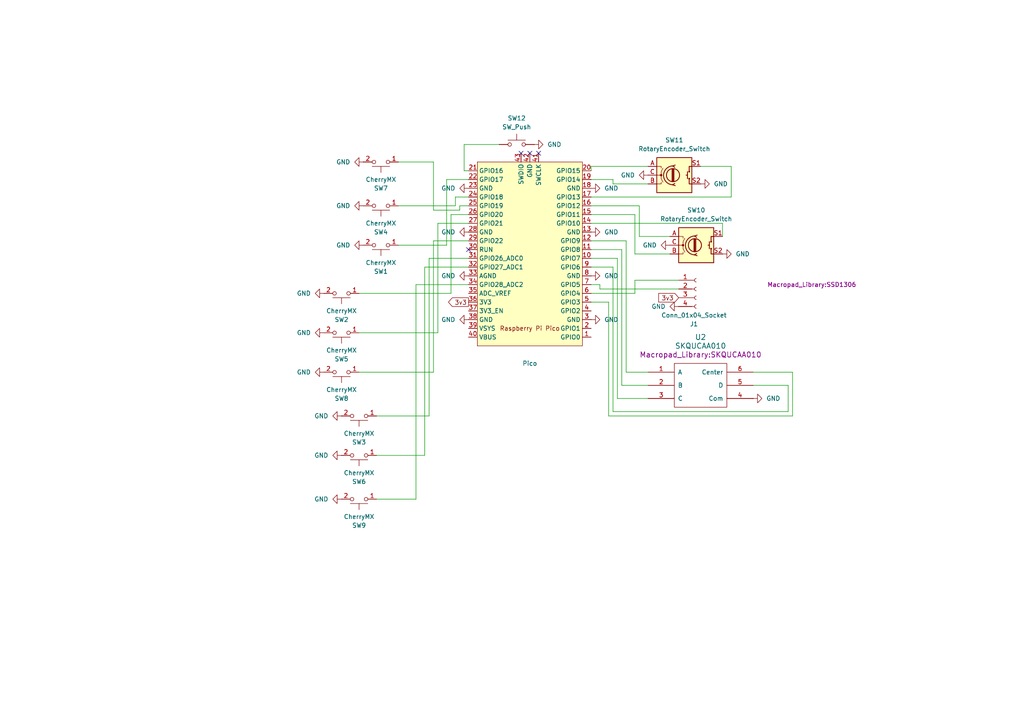
<source format=kicad_sch>
(kicad_sch
	(version 20231120)
	(generator "eeschema")
	(generator_version "8.0")
	(uuid "5d71d41c-39cf-4903-9b00-9b2f30a28f89")
	(paper "A4")
	(lib_symbols
		(symbol "CherryMX:CherryMX"
			(pin_names
				(offset 0.254)
			)
			(exclude_from_sim no)
			(in_bom yes)
			(on_board yes)
			(property "Reference" "SW"
				(at 2.54 3.175 0)
				(effects
					(font
						(size 1.27 1.27)
					)
				)
			)
			(property "Value" "CherryMX"
				(at 0 -1.905 0)
				(effects
					(font
						(size 1.27 1.27)
					)
				)
			)
			(property "Footprint" ""
				(at 0 0.635 0)
				(effects
					(font
						(size 1.27 1.27)
					)
					(hide yes)
				)
			)
			(property "Datasheet" ""
				(at 0 0.635 0)
				(effects
					(font
						(size 1.27 1.27)
					)
					(hide yes)
				)
			)
			(property "Description" ""
				(at 0 0 0)
				(effects
					(font
						(size 1.27 1.27)
					)
					(hide yes)
				)
			)
			(symbol "CherryMX_1_1"
				(circle
					(center -2.032 0)
					(radius 0.508)
					(stroke
						(width 0)
						(type solid)
					)
					(fill
						(type none)
					)
				)
				(polyline
					(pts
						(xy 0 1.27) (xy 0 3.048)
					)
					(stroke
						(width 0)
						(type solid)
					)
					(fill
						(type none)
					)
				)
				(polyline
					(pts
						(xy 2.54 1.27) (xy -2.54 1.27)
					)
					(stroke
						(width 0)
						(type solid)
					)
					(fill
						(type none)
					)
				)
				(circle
					(center 2.032 0)
					(radius 0.508)
					(stroke
						(width 0)
						(type solid)
					)
					(fill
						(type none)
					)
				)
				(pin passive line
					(at -5.08 0 0)
					(length 2.54)
					(name "~"
						(effects
							(font
								(size 1.27 1.27)
							)
						)
					)
					(number "1"
						(effects
							(font
								(size 1.27 1.27)
							)
						)
					)
				)
				(pin passive line
					(at 5.08 0 180)
					(length 2.54)
					(name "~"
						(effects
							(font
								(size 1.27 1.27)
							)
						)
					)
					(number "2"
						(effects
							(font
								(size 1.27 1.27)
							)
						)
					)
				)
			)
		)
		(symbol "Connector:Conn_01x04_Socket"
			(pin_names
				(offset 1.016) hide)
			(exclude_from_sim no)
			(in_bom yes)
			(on_board yes)
			(property "Reference" "J"
				(at 0 5.08 0)
				(effects
					(font
						(size 1.27 1.27)
					)
				)
			)
			(property "Value" "Conn_01x04_Socket"
				(at 0 -7.62 0)
				(effects
					(font
						(size 1.27 1.27)
					)
				)
			)
			(property "Footprint" ""
				(at 0 0 0)
				(effects
					(font
						(size 1.27 1.27)
					)
					(hide yes)
				)
			)
			(property "Datasheet" "~"
				(at 0 0 0)
				(effects
					(font
						(size 1.27 1.27)
					)
					(hide yes)
				)
			)
			(property "Description" "Generic connector, single row, 01x04, script generated"
				(at 0 0 0)
				(effects
					(font
						(size 1.27 1.27)
					)
					(hide yes)
				)
			)
			(property "ki_locked" ""
				(at 0 0 0)
				(effects
					(font
						(size 1.27 1.27)
					)
				)
			)
			(property "ki_keywords" "connector"
				(at 0 0 0)
				(effects
					(font
						(size 1.27 1.27)
					)
					(hide yes)
				)
			)
			(property "ki_fp_filters" "Connector*:*_1x??_*"
				(at 0 0 0)
				(effects
					(font
						(size 1.27 1.27)
					)
					(hide yes)
				)
			)
			(symbol "Conn_01x04_Socket_1_1"
				(arc
					(start 0 -4.572)
					(mid -0.5058 -5.08)
					(end 0 -5.588)
					(stroke
						(width 0.1524)
						(type default)
					)
					(fill
						(type none)
					)
				)
				(arc
					(start 0 -2.032)
					(mid -0.5058 -2.54)
					(end 0 -3.048)
					(stroke
						(width 0.1524)
						(type default)
					)
					(fill
						(type none)
					)
				)
				(polyline
					(pts
						(xy -1.27 -5.08) (xy -0.508 -5.08)
					)
					(stroke
						(width 0.1524)
						(type default)
					)
					(fill
						(type none)
					)
				)
				(polyline
					(pts
						(xy -1.27 -2.54) (xy -0.508 -2.54)
					)
					(stroke
						(width 0.1524)
						(type default)
					)
					(fill
						(type none)
					)
				)
				(polyline
					(pts
						(xy -1.27 0) (xy -0.508 0)
					)
					(stroke
						(width 0.1524)
						(type default)
					)
					(fill
						(type none)
					)
				)
				(polyline
					(pts
						(xy -1.27 2.54) (xy -0.508 2.54)
					)
					(stroke
						(width 0.1524)
						(type default)
					)
					(fill
						(type none)
					)
				)
				(arc
					(start 0 0.508)
					(mid -0.5058 0)
					(end 0 -0.508)
					(stroke
						(width 0.1524)
						(type default)
					)
					(fill
						(type none)
					)
				)
				(arc
					(start 0 3.048)
					(mid -0.5058 2.54)
					(end 0 2.032)
					(stroke
						(width 0.1524)
						(type default)
					)
					(fill
						(type none)
					)
				)
				(pin passive line
					(at -5.08 2.54 0)
					(length 3.81)
					(name "Pin_1"
						(effects
							(font
								(size 1.27 1.27)
							)
						)
					)
					(number "1"
						(effects
							(font
								(size 1.27 1.27)
							)
						)
					)
				)
				(pin passive line
					(at -5.08 0 0)
					(length 3.81)
					(name "Pin_2"
						(effects
							(font
								(size 1.27 1.27)
							)
						)
					)
					(number "2"
						(effects
							(font
								(size 1.27 1.27)
							)
						)
					)
				)
				(pin passive line
					(at -5.08 -2.54 0)
					(length 3.81)
					(name "Pin_3"
						(effects
							(font
								(size 1.27 1.27)
							)
						)
					)
					(number "3"
						(effects
							(font
								(size 1.27 1.27)
							)
						)
					)
				)
				(pin passive line
					(at -5.08 -5.08 0)
					(length 3.81)
					(name "Pin_4"
						(effects
							(font
								(size 1.27 1.27)
							)
						)
					)
					(number "4"
						(effects
							(font
								(size 1.27 1.27)
							)
						)
					)
				)
			)
		)
		(symbol "Device:RotaryEncoder_Switch"
			(pin_names
				(offset 0.254) hide)
			(exclude_from_sim no)
			(in_bom yes)
			(on_board yes)
			(property "Reference" "SW"
				(at 0 6.604 0)
				(effects
					(font
						(size 1.27 1.27)
					)
				)
			)
			(property "Value" "RotaryEncoder_Switch"
				(at 0 -6.604 0)
				(effects
					(font
						(size 1.27 1.27)
					)
				)
			)
			(property "Footprint" ""
				(at -3.81 4.064 0)
				(effects
					(font
						(size 1.27 1.27)
					)
					(hide yes)
				)
			)
			(property "Datasheet" "~"
				(at 0 6.604 0)
				(effects
					(font
						(size 1.27 1.27)
					)
					(hide yes)
				)
			)
			(property "Description" "Rotary encoder, dual channel, incremental quadrate outputs, with switch"
				(at 0 0 0)
				(effects
					(font
						(size 1.27 1.27)
					)
					(hide yes)
				)
			)
			(property "ki_keywords" "rotary switch encoder switch push button"
				(at 0 0 0)
				(effects
					(font
						(size 1.27 1.27)
					)
					(hide yes)
				)
			)
			(property "ki_fp_filters" "RotaryEncoder*Switch*"
				(at 0 0 0)
				(effects
					(font
						(size 1.27 1.27)
					)
					(hide yes)
				)
			)
			(symbol "RotaryEncoder_Switch_0_1"
				(rectangle
					(start -5.08 5.08)
					(end 5.08 -5.08)
					(stroke
						(width 0.254)
						(type default)
					)
					(fill
						(type background)
					)
				)
				(circle
					(center -3.81 0)
					(radius 0.254)
					(stroke
						(width 0)
						(type default)
					)
					(fill
						(type outline)
					)
				)
				(circle
					(center -0.381 0)
					(radius 1.905)
					(stroke
						(width 0.254)
						(type default)
					)
					(fill
						(type none)
					)
				)
				(arc
					(start -0.381 2.667)
					(mid -3.0988 -0.0635)
					(end -0.381 -2.794)
					(stroke
						(width 0.254)
						(type default)
					)
					(fill
						(type none)
					)
				)
				(polyline
					(pts
						(xy -0.635 -1.778) (xy -0.635 1.778)
					)
					(stroke
						(width 0.254)
						(type default)
					)
					(fill
						(type none)
					)
				)
				(polyline
					(pts
						(xy -0.381 -1.778) (xy -0.381 1.778)
					)
					(stroke
						(width 0.254)
						(type default)
					)
					(fill
						(type none)
					)
				)
				(polyline
					(pts
						(xy -0.127 1.778) (xy -0.127 -1.778)
					)
					(stroke
						(width 0.254)
						(type default)
					)
					(fill
						(type none)
					)
				)
				(polyline
					(pts
						(xy 3.81 0) (xy 3.429 0)
					)
					(stroke
						(width 0.254)
						(type default)
					)
					(fill
						(type none)
					)
				)
				(polyline
					(pts
						(xy 3.81 1.016) (xy 3.81 -1.016)
					)
					(stroke
						(width 0.254)
						(type default)
					)
					(fill
						(type none)
					)
				)
				(polyline
					(pts
						(xy -5.08 -2.54) (xy -3.81 -2.54) (xy -3.81 -2.032)
					)
					(stroke
						(width 0)
						(type default)
					)
					(fill
						(type none)
					)
				)
				(polyline
					(pts
						(xy -5.08 2.54) (xy -3.81 2.54) (xy -3.81 2.032)
					)
					(stroke
						(width 0)
						(type default)
					)
					(fill
						(type none)
					)
				)
				(polyline
					(pts
						(xy 0.254 -3.048) (xy -0.508 -2.794) (xy 0.127 -2.413)
					)
					(stroke
						(width 0.254)
						(type default)
					)
					(fill
						(type none)
					)
				)
				(polyline
					(pts
						(xy 0.254 2.921) (xy -0.508 2.667) (xy 0.127 2.286)
					)
					(stroke
						(width 0.254)
						(type default)
					)
					(fill
						(type none)
					)
				)
				(polyline
					(pts
						(xy 5.08 -2.54) (xy 4.318 -2.54) (xy 4.318 -1.016)
					)
					(stroke
						(width 0.254)
						(type default)
					)
					(fill
						(type none)
					)
				)
				(polyline
					(pts
						(xy 5.08 2.54) (xy 4.318 2.54) (xy 4.318 1.016)
					)
					(stroke
						(width 0.254)
						(type default)
					)
					(fill
						(type none)
					)
				)
				(polyline
					(pts
						(xy -5.08 0) (xy -3.81 0) (xy -3.81 -1.016) (xy -3.302 -2.032)
					)
					(stroke
						(width 0)
						(type default)
					)
					(fill
						(type none)
					)
				)
				(polyline
					(pts
						(xy -4.318 0) (xy -3.81 0) (xy -3.81 1.016) (xy -3.302 2.032)
					)
					(stroke
						(width 0)
						(type default)
					)
					(fill
						(type none)
					)
				)
				(circle
					(center 4.318 -1.016)
					(radius 0.127)
					(stroke
						(width 0.254)
						(type default)
					)
					(fill
						(type none)
					)
				)
				(circle
					(center 4.318 1.016)
					(radius 0.127)
					(stroke
						(width 0.254)
						(type default)
					)
					(fill
						(type none)
					)
				)
			)
			(symbol "RotaryEncoder_Switch_1_1"
				(pin passive line
					(at -7.62 2.54 0)
					(length 2.54)
					(name "A"
						(effects
							(font
								(size 1.27 1.27)
							)
						)
					)
					(number "A"
						(effects
							(font
								(size 1.27 1.27)
							)
						)
					)
				)
				(pin passive line
					(at -7.62 -2.54 0)
					(length 2.54)
					(name "B"
						(effects
							(font
								(size 1.27 1.27)
							)
						)
					)
					(number "B"
						(effects
							(font
								(size 1.27 1.27)
							)
						)
					)
				)
				(pin passive line
					(at -7.62 0 0)
					(length 2.54)
					(name "C"
						(effects
							(font
								(size 1.27 1.27)
							)
						)
					)
					(number "C"
						(effects
							(font
								(size 1.27 1.27)
							)
						)
					)
				)
				(pin passive line
					(at 7.62 2.54 180)
					(length 2.54)
					(name "S1"
						(effects
							(font
								(size 1.27 1.27)
							)
						)
					)
					(number "S1"
						(effects
							(font
								(size 1.27 1.27)
							)
						)
					)
				)
				(pin passive line
					(at 7.62 -2.54 180)
					(length 2.54)
					(name "S2"
						(effects
							(font
								(size 1.27 1.27)
							)
						)
					)
					(number "S2"
						(effects
							(font
								(size 1.27 1.27)
							)
						)
					)
				)
			)
		)
		(symbol "MCU_RaspberryPi_and_Boards:Pico"
			(exclude_from_sim no)
			(in_bom yes)
			(on_board yes)
			(property "Reference" "U"
				(at -13.97 27.94 0)
				(effects
					(font
						(size 1.27 1.27)
					)
				)
			)
			(property "Value" "Pico"
				(at 0 19.05 0)
				(effects
					(font
						(size 1.27 1.27)
					)
				)
			)
			(property "Footprint" "RPi_Pico:RPi_Pico_SMD_TH"
				(at 0 0 90)
				(effects
					(font
						(size 1.27 1.27)
					)
					(hide yes)
				)
			)
			(property "Datasheet" ""
				(at 0 0 0)
				(effects
					(font
						(size 1.27 1.27)
					)
					(hide yes)
				)
			)
			(property "Description" ""
				(at 0 0 0)
				(effects
					(font
						(size 1.27 1.27)
					)
					(hide yes)
				)
			)
			(symbol "Pico_0_0"
				(text "Raspberry Pi Pico"
					(at 0 21.59 0)
					(effects
						(font
							(size 1.27 1.27)
						)
					)
				)
			)
			(symbol "Pico_0_1"
				(rectangle
					(start -15.24 26.67)
					(end 15.24 -26.67)
					(stroke
						(width 0)
						(type default)
					)
					(fill
						(type background)
					)
				)
			)
			(symbol "Pico_1_1"
				(pin bidirectional line
					(at -17.78 24.13 0)
					(length 2.54)
					(name "GPIO0"
						(effects
							(font
								(size 1.27 1.27)
							)
						)
					)
					(number "1"
						(effects
							(font
								(size 1.27 1.27)
							)
						)
					)
				)
				(pin bidirectional line
					(at -17.78 1.27 0)
					(length 2.54)
					(name "GPIO7"
						(effects
							(font
								(size 1.27 1.27)
							)
						)
					)
					(number "10"
						(effects
							(font
								(size 1.27 1.27)
							)
						)
					)
				)
				(pin bidirectional line
					(at -17.78 -1.27 0)
					(length 2.54)
					(name "GPIO8"
						(effects
							(font
								(size 1.27 1.27)
							)
						)
					)
					(number "11"
						(effects
							(font
								(size 1.27 1.27)
							)
						)
					)
				)
				(pin bidirectional line
					(at -17.78 -3.81 0)
					(length 2.54)
					(name "GPIO9"
						(effects
							(font
								(size 1.27 1.27)
							)
						)
					)
					(number "12"
						(effects
							(font
								(size 1.27 1.27)
							)
						)
					)
				)
				(pin power_in line
					(at -17.78 -6.35 0)
					(length 2.54)
					(name "GND"
						(effects
							(font
								(size 1.27 1.27)
							)
						)
					)
					(number "13"
						(effects
							(font
								(size 1.27 1.27)
							)
						)
					)
				)
				(pin bidirectional line
					(at -17.78 -8.89 0)
					(length 2.54)
					(name "GPIO10"
						(effects
							(font
								(size 1.27 1.27)
							)
						)
					)
					(number "14"
						(effects
							(font
								(size 1.27 1.27)
							)
						)
					)
				)
				(pin bidirectional line
					(at -17.78 -11.43 0)
					(length 2.54)
					(name "GPIO11"
						(effects
							(font
								(size 1.27 1.27)
							)
						)
					)
					(number "15"
						(effects
							(font
								(size 1.27 1.27)
							)
						)
					)
				)
				(pin bidirectional line
					(at -17.78 -13.97 0)
					(length 2.54)
					(name "GPIO12"
						(effects
							(font
								(size 1.27 1.27)
							)
						)
					)
					(number "16"
						(effects
							(font
								(size 1.27 1.27)
							)
						)
					)
				)
				(pin bidirectional line
					(at -17.78 -16.51 0)
					(length 2.54)
					(name "GPIO13"
						(effects
							(font
								(size 1.27 1.27)
							)
						)
					)
					(number "17"
						(effects
							(font
								(size 1.27 1.27)
							)
						)
					)
				)
				(pin power_in line
					(at -17.78 -19.05 0)
					(length 2.54)
					(name "GND"
						(effects
							(font
								(size 1.27 1.27)
							)
						)
					)
					(number "18"
						(effects
							(font
								(size 1.27 1.27)
							)
						)
					)
				)
				(pin bidirectional line
					(at -17.78 -21.59 0)
					(length 2.54)
					(name "GPIO14"
						(effects
							(font
								(size 1.27 1.27)
							)
						)
					)
					(number "19"
						(effects
							(font
								(size 1.27 1.27)
							)
						)
					)
				)
				(pin bidirectional line
					(at -17.78 21.59 0)
					(length 2.54)
					(name "GPIO1"
						(effects
							(font
								(size 1.27 1.27)
							)
						)
					)
					(number "2"
						(effects
							(font
								(size 1.27 1.27)
							)
						)
					)
				)
				(pin bidirectional line
					(at -17.78 -24.13 0)
					(length 2.54)
					(name "GPIO15"
						(effects
							(font
								(size 1.27 1.27)
							)
						)
					)
					(number "20"
						(effects
							(font
								(size 1.27 1.27)
							)
						)
					)
				)
				(pin bidirectional line
					(at 17.78 -24.13 180)
					(length 2.54)
					(name "GPIO16"
						(effects
							(font
								(size 1.27 1.27)
							)
						)
					)
					(number "21"
						(effects
							(font
								(size 1.27 1.27)
							)
						)
					)
				)
				(pin bidirectional line
					(at 17.78 -21.59 180)
					(length 2.54)
					(name "GPIO17"
						(effects
							(font
								(size 1.27 1.27)
							)
						)
					)
					(number "22"
						(effects
							(font
								(size 1.27 1.27)
							)
						)
					)
				)
				(pin power_in line
					(at 17.78 -19.05 180)
					(length 2.54)
					(name "GND"
						(effects
							(font
								(size 1.27 1.27)
							)
						)
					)
					(number "23"
						(effects
							(font
								(size 1.27 1.27)
							)
						)
					)
				)
				(pin bidirectional line
					(at 17.78 -16.51 180)
					(length 2.54)
					(name "GPIO18"
						(effects
							(font
								(size 1.27 1.27)
							)
						)
					)
					(number "24"
						(effects
							(font
								(size 1.27 1.27)
							)
						)
					)
				)
				(pin bidirectional line
					(at 17.78 -13.97 180)
					(length 2.54)
					(name "GPIO19"
						(effects
							(font
								(size 1.27 1.27)
							)
						)
					)
					(number "25"
						(effects
							(font
								(size 1.27 1.27)
							)
						)
					)
				)
				(pin bidirectional line
					(at 17.78 -11.43 180)
					(length 2.54)
					(name "GPIO20"
						(effects
							(font
								(size 1.27 1.27)
							)
						)
					)
					(number "26"
						(effects
							(font
								(size 1.27 1.27)
							)
						)
					)
				)
				(pin bidirectional line
					(at 17.78 -8.89 180)
					(length 2.54)
					(name "GPIO21"
						(effects
							(font
								(size 1.27 1.27)
							)
						)
					)
					(number "27"
						(effects
							(font
								(size 1.27 1.27)
							)
						)
					)
				)
				(pin power_in line
					(at 17.78 -6.35 180)
					(length 2.54)
					(name "GND"
						(effects
							(font
								(size 1.27 1.27)
							)
						)
					)
					(number "28"
						(effects
							(font
								(size 1.27 1.27)
							)
						)
					)
				)
				(pin bidirectional line
					(at 17.78 -3.81 180)
					(length 2.54)
					(name "GPIO22"
						(effects
							(font
								(size 1.27 1.27)
							)
						)
					)
					(number "29"
						(effects
							(font
								(size 1.27 1.27)
							)
						)
					)
				)
				(pin power_in line
					(at -17.78 19.05 0)
					(length 2.54)
					(name "GND"
						(effects
							(font
								(size 1.27 1.27)
							)
						)
					)
					(number "3"
						(effects
							(font
								(size 1.27 1.27)
							)
						)
					)
				)
				(pin input line
					(at 17.78 -1.27 180)
					(length 2.54)
					(name "RUN"
						(effects
							(font
								(size 1.27 1.27)
							)
						)
					)
					(number "30"
						(effects
							(font
								(size 1.27 1.27)
							)
						)
					)
				)
				(pin bidirectional line
					(at 17.78 1.27 180)
					(length 2.54)
					(name "GPIO26_ADC0"
						(effects
							(font
								(size 1.27 1.27)
							)
						)
					)
					(number "31"
						(effects
							(font
								(size 1.27 1.27)
							)
						)
					)
				)
				(pin bidirectional line
					(at 17.78 3.81 180)
					(length 2.54)
					(name "GPIO27_ADC1"
						(effects
							(font
								(size 1.27 1.27)
							)
						)
					)
					(number "32"
						(effects
							(font
								(size 1.27 1.27)
							)
						)
					)
				)
				(pin power_in line
					(at 17.78 6.35 180)
					(length 2.54)
					(name "AGND"
						(effects
							(font
								(size 1.27 1.27)
							)
						)
					)
					(number "33"
						(effects
							(font
								(size 1.27 1.27)
							)
						)
					)
				)
				(pin bidirectional line
					(at 17.78 8.89 180)
					(length 2.54)
					(name "GPIO28_ADC2"
						(effects
							(font
								(size 1.27 1.27)
							)
						)
					)
					(number "34"
						(effects
							(font
								(size 1.27 1.27)
							)
						)
					)
				)
				(pin power_in line
					(at 17.78 11.43 180)
					(length 2.54)
					(name "ADC_VREF"
						(effects
							(font
								(size 1.27 1.27)
							)
						)
					)
					(number "35"
						(effects
							(font
								(size 1.27 1.27)
							)
						)
					)
				)
				(pin power_in line
					(at 17.78 13.97 180)
					(length 2.54)
					(name "3V3"
						(effects
							(font
								(size 1.27 1.27)
							)
						)
					)
					(number "36"
						(effects
							(font
								(size 1.27 1.27)
							)
						)
					)
				)
				(pin input line
					(at 17.78 16.51 180)
					(length 2.54)
					(name "3V3_EN"
						(effects
							(font
								(size 1.27 1.27)
							)
						)
					)
					(number "37"
						(effects
							(font
								(size 1.27 1.27)
							)
						)
					)
				)
				(pin bidirectional line
					(at 17.78 19.05 180)
					(length 2.54)
					(name "GND"
						(effects
							(font
								(size 1.27 1.27)
							)
						)
					)
					(number "38"
						(effects
							(font
								(size 1.27 1.27)
							)
						)
					)
				)
				(pin power_in line
					(at 17.78 21.59 180)
					(length 2.54)
					(name "VSYS"
						(effects
							(font
								(size 1.27 1.27)
							)
						)
					)
					(number "39"
						(effects
							(font
								(size 1.27 1.27)
							)
						)
					)
				)
				(pin bidirectional line
					(at -17.78 16.51 0)
					(length 2.54)
					(name "GPIO2"
						(effects
							(font
								(size 1.27 1.27)
							)
						)
					)
					(number "4"
						(effects
							(font
								(size 1.27 1.27)
							)
						)
					)
				)
				(pin power_in line
					(at 17.78 24.13 180)
					(length 2.54)
					(name "VBUS"
						(effects
							(font
								(size 1.27 1.27)
							)
						)
					)
					(number "40"
						(effects
							(font
								(size 1.27 1.27)
							)
						)
					)
				)
				(pin input line
					(at -2.54 -29.21 90)
					(length 2.54)
					(name "SWCLK"
						(effects
							(font
								(size 1.27 1.27)
							)
						)
					)
					(number "41"
						(effects
							(font
								(size 1.27 1.27)
							)
						)
					)
				)
				(pin power_in line
					(at 0 -29.21 90)
					(length 2.54)
					(name "GND"
						(effects
							(font
								(size 1.27 1.27)
							)
						)
					)
					(number "42"
						(effects
							(font
								(size 1.27 1.27)
							)
						)
					)
				)
				(pin bidirectional line
					(at 2.54 -29.21 90)
					(length 2.54)
					(name "SWDIO"
						(effects
							(font
								(size 1.27 1.27)
							)
						)
					)
					(number "43"
						(effects
							(font
								(size 1.27 1.27)
							)
						)
					)
				)
				(pin bidirectional line
					(at -17.78 13.97 0)
					(length 2.54)
					(name "GPIO3"
						(effects
							(font
								(size 1.27 1.27)
							)
						)
					)
					(number "5"
						(effects
							(font
								(size 1.27 1.27)
							)
						)
					)
				)
				(pin bidirectional line
					(at -17.78 11.43 0)
					(length 2.54)
					(name "GPIO4"
						(effects
							(font
								(size 1.27 1.27)
							)
						)
					)
					(number "6"
						(effects
							(font
								(size 1.27 1.27)
							)
						)
					)
				)
				(pin bidirectional line
					(at -17.78 8.89 0)
					(length 2.54)
					(name "GPIO5"
						(effects
							(font
								(size 1.27 1.27)
							)
						)
					)
					(number "7"
						(effects
							(font
								(size 1.27 1.27)
							)
						)
					)
				)
				(pin power_in line
					(at -17.78 6.35 0)
					(length 2.54)
					(name "GND"
						(effects
							(font
								(size 1.27 1.27)
							)
						)
					)
					(number "8"
						(effects
							(font
								(size 1.27 1.27)
							)
						)
					)
				)
				(pin bidirectional line
					(at -17.78 3.81 0)
					(length 2.54)
					(name "GPIO6"
						(effects
							(font
								(size 1.27 1.27)
							)
						)
					)
					(number "9"
						(effects
							(font
								(size 1.27 1.27)
							)
						)
					)
				)
			)
		)
		(symbol "Switch:SW_Push"
			(pin_numbers hide)
			(pin_names
				(offset 1.016) hide)
			(exclude_from_sim no)
			(in_bom yes)
			(on_board yes)
			(property "Reference" "SW"
				(at 1.27 2.54 0)
				(effects
					(font
						(size 1.27 1.27)
					)
					(justify left)
				)
			)
			(property "Value" "SW_Push"
				(at 0 -1.524 0)
				(effects
					(font
						(size 1.27 1.27)
					)
				)
			)
			(property "Footprint" ""
				(at 0 5.08 0)
				(effects
					(font
						(size 1.27 1.27)
					)
					(hide yes)
				)
			)
			(property "Datasheet" "~"
				(at 0 5.08 0)
				(effects
					(font
						(size 1.27 1.27)
					)
					(hide yes)
				)
			)
			(property "Description" "Push button switch, generic, two pins"
				(at 0 0 0)
				(effects
					(font
						(size 1.27 1.27)
					)
					(hide yes)
				)
			)
			(property "ki_keywords" "switch normally-open pushbutton push-button"
				(at 0 0 0)
				(effects
					(font
						(size 1.27 1.27)
					)
					(hide yes)
				)
			)
			(symbol "SW_Push_0_1"
				(circle
					(center -2.032 0)
					(radius 0.508)
					(stroke
						(width 0)
						(type default)
					)
					(fill
						(type none)
					)
				)
				(polyline
					(pts
						(xy 0 1.27) (xy 0 3.048)
					)
					(stroke
						(width 0)
						(type default)
					)
					(fill
						(type none)
					)
				)
				(polyline
					(pts
						(xy 2.54 1.27) (xy -2.54 1.27)
					)
					(stroke
						(width 0)
						(type default)
					)
					(fill
						(type none)
					)
				)
				(circle
					(center 2.032 0)
					(radius 0.508)
					(stroke
						(width 0)
						(type default)
					)
					(fill
						(type none)
					)
				)
				(pin passive line
					(at -5.08 0 0)
					(length 2.54)
					(name "1"
						(effects
							(font
								(size 1.27 1.27)
							)
						)
					)
					(number "1"
						(effects
							(font
								(size 1.27 1.27)
							)
						)
					)
				)
				(pin passive line
					(at 5.08 0 180)
					(length 2.54)
					(name "2"
						(effects
							(font
								(size 1.27 1.27)
							)
						)
					)
					(number "2"
						(effects
							(font
								(size 1.27 1.27)
							)
						)
					)
				)
			)
		)
		(symbol "power:GND"
			(power)
			(pin_numbers hide)
			(pin_names
				(offset 0) hide)
			(exclude_from_sim no)
			(in_bom yes)
			(on_board yes)
			(property "Reference" "#PWR"
				(at 0 -6.35 0)
				(effects
					(font
						(size 1.27 1.27)
					)
					(hide yes)
				)
			)
			(property "Value" "GND"
				(at 0 -3.81 0)
				(effects
					(font
						(size 1.27 1.27)
					)
				)
			)
			(property "Footprint" ""
				(at 0 0 0)
				(effects
					(font
						(size 1.27 1.27)
					)
					(hide yes)
				)
			)
			(property "Datasheet" ""
				(at 0 0 0)
				(effects
					(font
						(size 1.27 1.27)
					)
					(hide yes)
				)
			)
			(property "Description" "Power symbol creates a global label with name \"GND\" , ground"
				(at 0 0 0)
				(effects
					(font
						(size 1.27 1.27)
					)
					(hide yes)
				)
			)
			(property "ki_keywords" "global power"
				(at 0 0 0)
				(effects
					(font
						(size 1.27 1.27)
					)
					(hide yes)
				)
			)
			(symbol "GND_0_1"
				(polyline
					(pts
						(xy 0 0) (xy 0 -1.27) (xy 1.27 -1.27) (xy 0 -2.54) (xy -1.27 -1.27) (xy 0 -1.27)
					)
					(stroke
						(width 0)
						(type default)
					)
					(fill
						(type none)
					)
				)
			)
			(symbol "GND_1_1"
				(pin power_in line
					(at 0 0 270)
					(length 0)
					(name "~"
						(effects
							(font
								(size 1.27 1.27)
							)
						)
					)
					(number "1"
						(effects
							(font
								(size 1.27 1.27)
							)
						)
					)
				)
			)
		)
		(symbol "skqucaa010_joystick:SKQUCAA010"
			(pin_names
				(offset 1.016)
			)
			(exclude_from_sim no)
			(in_bom yes)
			(on_board yes)
			(property "Reference" "U"
				(at 0 7.62 0)
				(effects
					(font
						(size 1.524 1.524)
					)
				)
			)
			(property "Value" "SKQUCAA010"
				(at 0 -7.62 0)
				(effects
					(font
						(size 1.524 1.524)
					)
				)
			)
			(property "Footprint" ""
				(at 0 0 0)
				(effects
					(font
						(size 1.524 1.524)
					)
				)
			)
			(property "Datasheet" ""
				(at 0 0 0)
				(effects
					(font
						(size 1.524 1.524)
					)
				)
			)
			(property "Description" ""
				(at 0 0 0)
				(effects
					(font
						(size 1.27 1.27)
					)
					(hide yes)
				)
			)
			(property "ki_fp_filters" "SKQUCAA010"
				(at 0 0 0)
				(effects
					(font
						(size 1.27 1.27)
					)
					(hide yes)
				)
			)
			(symbol "SKQUCAA010_0_1"
				(rectangle
					(start -7.62 6.35)
					(end 7.62 -6.35)
					(stroke
						(width 0)
						(type solid)
					)
					(fill
						(type none)
					)
				)
			)
			(symbol "SKQUCAA010_1_1"
				(pin bidirectional line
					(at -15.24 3.81 0)
					(length 7.62)
					(name "A"
						(effects
							(font
								(size 1.27 1.27)
							)
						)
					)
					(number "1"
						(effects
							(font
								(size 1.27 1.27)
							)
						)
					)
				)
				(pin bidirectional line
					(at -15.24 0 0)
					(length 7.62)
					(name "B"
						(effects
							(font
								(size 1.27 1.27)
							)
						)
					)
					(number "2"
						(effects
							(font
								(size 1.27 1.27)
							)
						)
					)
				)
				(pin bidirectional line
					(at -15.24 -3.81 0)
					(length 7.62)
					(name "C"
						(effects
							(font
								(size 1.27 1.27)
							)
						)
					)
					(number "3"
						(effects
							(font
								(size 1.27 1.27)
							)
						)
					)
				)
				(pin power_in line
					(at 15.24 -3.81 180)
					(length 7.62)
					(name "Com"
						(effects
							(font
								(size 1.27 1.27)
							)
						)
					)
					(number "4"
						(effects
							(font
								(size 1.27 1.27)
							)
						)
					)
				)
				(pin bidirectional line
					(at 15.24 0 180)
					(length 7.62)
					(name "D"
						(effects
							(font
								(size 1.27 1.27)
							)
						)
					)
					(number "5"
						(effects
							(font
								(size 1.27 1.27)
							)
						)
					)
				)
				(pin bidirectional line
					(at 15.24 3.81 180)
					(length 7.62)
					(name "Center"
						(effects
							(font
								(size 1.27 1.27)
							)
						)
					)
					(number "6"
						(effects
							(font
								(size 1.27 1.27)
							)
						)
					)
				)
			)
		)
	)
	(no_connect
		(at 156.21 44.45)
		(uuid "0254a2de-13bf-4c95-b4bc-70a7fab67e2f")
	)
	(no_connect
		(at 153.67 44.45)
		(uuid "26ee87f2-ef3c-4a1f-ae21-8139bfdbe916")
	)
	(no_connect
		(at 151.13 44.45)
		(uuid "42a92a77-87d5-4f72-9b07-0c865e6a963f")
	)
	(no_connect
		(at 135.89 72.39)
		(uuid "6c13b6d3-0268-44bb-aebb-a522f917ed30")
	)
	(wire
		(pts
			(xy 177.8 53.34) (xy 177.8 52.07)
		)
		(stroke
			(width 0)
			(type default)
		)
		(uuid "03b353a0-8f4c-43d3-b203-1709ad7ddedb")
	)
	(wire
		(pts
			(xy 212.09 57.15) (xy 171.45 57.15)
		)
		(stroke
			(width 0)
			(type default)
		)
		(uuid "0916466c-334f-41a1-8d01-cc266c466a13")
	)
	(wire
		(pts
			(xy 212.09 48.26) (xy 212.09 57.15)
		)
		(stroke
			(width 0)
			(type default)
		)
		(uuid "0ae20357-1832-4838-a0e2-336a074515d0")
	)
	(wire
		(pts
			(xy 123.19 132.08) (xy 123.19 77.47)
		)
		(stroke
			(width 0)
			(type default)
		)
		(uuid "0bbbadb1-d291-4324-befc-07f7e7747ec5")
	)
	(wire
		(pts
			(xy 144.78 41.91) (xy 134.62 41.91)
		)
		(stroke
			(width 0)
			(type default)
		)
		(uuid "0fcafa18-6a42-4b75-9444-cde9fe64a391")
	)
	(wire
		(pts
			(xy 115.57 46.99) (xy 125.73 46.99)
		)
		(stroke
			(width 0)
			(type default)
		)
		(uuid "11dde546-96e7-4806-8ee5-ed2304514a5a")
	)
	(wire
		(pts
			(xy 109.22 132.08) (xy 123.19 132.08)
		)
		(stroke
			(width 0)
			(type default)
		)
		(uuid "192941c7-4ab4-4643-b0cf-bd3adfc050f7")
	)
	(wire
		(pts
			(xy 127 64.77) (xy 135.89 64.77)
		)
		(stroke
			(width 0)
			(type default)
		)
		(uuid "19969e51-8f1f-4423-8f3c-9246d100d09c")
	)
	(wire
		(pts
			(xy 184.15 73.66) (xy 184.15 62.23)
		)
		(stroke
			(width 0)
			(type default)
		)
		(uuid "22a039d0-23cd-4001-9994-96f835460f5f")
	)
	(wire
		(pts
			(xy 134.62 41.91) (xy 134.62 49.53)
		)
		(stroke
			(width 0)
			(type default)
		)
		(uuid "25ca04ef-369b-46ba-873e-85b48771ec66")
	)
	(wire
		(pts
			(xy 194.31 68.58) (xy 185.42 68.58)
		)
		(stroke
			(width 0)
			(type default)
		)
		(uuid "265e8d10-a0ed-436d-bdeb-0a7462b7fbb3")
	)
	(wire
		(pts
			(xy 173.99 83.82) (xy 173.99 82.55)
		)
		(stroke
			(width 0)
			(type default)
		)
		(uuid "2995e382-efd7-4659-9a9b-d77e2077bd1f")
	)
	(wire
		(pts
			(xy 185.42 68.58) (xy 185.42 59.69)
		)
		(stroke
			(width 0)
			(type default)
		)
		(uuid "33ee34fb-679f-426e-88d5-325a25ab3a9c")
	)
	(wire
		(pts
			(xy 185.42 59.69) (xy 171.45 59.69)
		)
		(stroke
			(width 0)
			(type default)
		)
		(uuid "39eea3c4-57e2-4997-82d4-9973fd3c1fd5")
	)
	(wire
		(pts
			(xy 176.53 120.65) (xy 176.53 87.63)
		)
		(stroke
			(width 0)
			(type default)
		)
		(uuid "3fa4465d-179f-49d0-acf2-c53420f02c00")
	)
	(wire
		(pts
			(xy 125.73 69.85) (xy 135.89 69.85)
		)
		(stroke
			(width 0)
			(type default)
		)
		(uuid "3fd7f463-6b25-44b8-86e7-2881283cc4e6")
	)
	(wire
		(pts
			(xy 181.61 69.85) (xy 171.45 69.85)
		)
		(stroke
			(width 0)
			(type default)
		)
		(uuid "4786cece-8ae5-455b-a6dc-c3da56c731c6")
	)
	(wire
		(pts
			(xy 180.34 111.76) (xy 180.34 72.39)
		)
		(stroke
			(width 0)
			(type default)
		)
		(uuid "48f11308-49ab-42da-983b-885cb9e5daa9")
	)
	(wire
		(pts
			(xy 171.45 48.26) (xy 171.45 49.53)
		)
		(stroke
			(width 0)
			(type default)
		)
		(uuid "4d5b43b7-7db8-4eab-9ccd-4899f77e5d2c")
	)
	(wire
		(pts
			(xy 177.8 119.38) (xy 177.8 77.47)
		)
		(stroke
			(width 0)
			(type default)
		)
		(uuid "51cd85d3-5289-4351-aa3e-7bc9a4d91255")
	)
	(wire
		(pts
			(xy 228.6 119.38) (xy 177.8 119.38)
		)
		(stroke
			(width 0)
			(type default)
		)
		(uuid "52e8d1f8-7814-49be-8bc6-3a4db23ee7f2")
	)
	(wire
		(pts
			(xy 181.61 107.95) (xy 181.61 69.85)
		)
		(stroke
			(width 0)
			(type default)
		)
		(uuid "53549f88-3d74-4197-a63a-a39a74eabd9e")
	)
	(wire
		(pts
			(xy 125.73 46.99) (xy 125.73 60.96)
		)
		(stroke
			(width 0)
			(type default)
		)
		(uuid "53f420e7-3be7-4024-92a8-44a66ef5aac9")
	)
	(wire
		(pts
			(xy 177.8 52.07) (xy 171.45 52.07)
		)
		(stroke
			(width 0)
			(type default)
		)
		(uuid "5407b5cd-7dfb-48e8-b9fa-915054ffef02")
	)
	(wire
		(pts
			(xy 125.73 107.95) (xy 125.73 69.85)
		)
		(stroke
			(width 0)
			(type default)
		)
		(uuid "5ee0936e-2a2e-4d13-b742-8027570d2db7")
	)
	(wire
		(pts
			(xy 229.87 107.95) (xy 229.87 120.65)
		)
		(stroke
			(width 0)
			(type default)
		)
		(uuid "6094b724-a7f3-4f52-978f-6754eb095ffd")
	)
	(wire
		(pts
			(xy 109.22 120.65) (xy 124.46 120.65)
		)
		(stroke
			(width 0)
			(type default)
		)
		(uuid "6748a5dd-5123-4f63-8e91-92859b4f332d")
	)
	(wire
		(pts
			(xy 104.14 107.95) (xy 125.73 107.95)
		)
		(stroke
			(width 0)
			(type default)
		)
		(uuid "6e2a2173-b865-4541-9879-c1b09e831d44")
	)
	(wire
		(pts
			(xy 115.57 71.12) (xy 129.54 71.12)
		)
		(stroke
			(width 0)
			(type default)
		)
		(uuid "700ecc2b-d6d2-4b95-841c-93f1c96235fe")
	)
	(wire
		(pts
			(xy 209.55 68.58) (xy 209.55 64.77)
		)
		(stroke
			(width 0)
			(type default)
		)
		(uuid "75872d4a-d6b3-4992-ae4f-d45c1677f981")
	)
	(wire
		(pts
			(xy 229.87 120.65) (xy 176.53 120.65)
		)
		(stroke
			(width 0)
			(type default)
		)
		(uuid "76bb81ce-35c3-4911-968e-564fbbd38f50")
	)
	(wire
		(pts
			(xy 203.2 48.26) (xy 212.09 48.26)
		)
		(stroke
			(width 0)
			(type default)
		)
		(uuid "7d47e794-2951-48f7-a664-7a6f9d695789")
	)
	(wire
		(pts
			(xy 132.08 57.15) (xy 135.89 57.15)
		)
		(stroke
			(width 0)
			(type default)
		)
		(uuid "83bb1296-0a53-44cd-a858-b14cf93e622b")
	)
	(wire
		(pts
			(xy 218.44 107.95) (xy 229.87 107.95)
		)
		(stroke
			(width 0)
			(type default)
		)
		(uuid "86aa5772-8066-4bba-89cc-2c56ed0c9389")
	)
	(wire
		(pts
			(xy 134.62 49.53) (xy 135.89 49.53)
		)
		(stroke
			(width 0)
			(type default)
		)
		(uuid "886507b9-cc84-462d-aac4-b251d8d2632e")
	)
	(wire
		(pts
			(xy 187.96 48.26) (xy 171.45 48.26)
		)
		(stroke
			(width 0)
			(type default)
		)
		(uuid "8aef33d9-48ee-43e4-844e-3f233de2698e")
	)
	(wire
		(pts
			(xy 180.34 72.39) (xy 171.45 72.39)
		)
		(stroke
			(width 0)
			(type default)
		)
		(uuid "9490fe2f-13d9-4109-852e-b0f5afef3e71")
	)
	(wire
		(pts
			(xy 132.08 59.69) (xy 132.08 57.15)
		)
		(stroke
			(width 0)
			(type default)
		)
		(uuid "94eba36d-cb87-416d-9c3a-efb77ec2762b")
	)
	(wire
		(pts
			(xy 130.81 85.09) (xy 130.81 62.23)
		)
		(stroke
			(width 0)
			(type default)
		)
		(uuid "9605ab33-19fc-4279-a0f4-fb37fb52323c")
	)
	(wire
		(pts
			(xy 109.22 144.78) (xy 120.65 144.78)
		)
		(stroke
			(width 0)
			(type default)
		)
		(uuid "96c81089-cae2-47d5-bf12-1292a6df844b")
	)
	(wire
		(pts
			(xy 228.6 111.76) (xy 228.6 119.38)
		)
		(stroke
			(width 0)
			(type default)
		)
		(uuid "9fec8a96-c8ee-461c-ae02-92879be1a3c4")
	)
	(wire
		(pts
			(xy 120.65 82.55) (xy 135.89 82.55)
		)
		(stroke
			(width 0)
			(type default)
		)
		(uuid "a36acbc5-7709-4d28-be13-bca5d06725a5")
	)
	(wire
		(pts
			(xy 179.07 115.57) (xy 179.07 74.93)
		)
		(stroke
			(width 0)
			(type default)
		)
		(uuid "a9cfd869-dcdd-4be1-97a1-eee6ba533ee2")
	)
	(wire
		(pts
			(xy 104.14 85.09) (xy 130.81 85.09)
		)
		(stroke
			(width 0)
			(type default)
		)
		(uuid "aa1021a9-4dad-4b72-a3e5-d93b3d355c27")
	)
	(wire
		(pts
			(xy 187.96 115.57) (xy 179.07 115.57)
		)
		(stroke
			(width 0)
			(type default)
		)
		(uuid "aab9297e-a2e5-420f-babe-a724d781dfa3")
	)
	(wire
		(pts
			(xy 179.07 74.93) (xy 171.45 74.93)
		)
		(stroke
			(width 0)
			(type default)
		)
		(uuid "ac0dc795-4a21-47d9-9af9-2a4459025657")
	)
	(wire
		(pts
			(xy 184.15 62.23) (xy 171.45 62.23)
		)
		(stroke
			(width 0)
			(type default)
		)
		(uuid "ad70fb41-16c2-4b88-9136-dd456dcea014")
	)
	(wire
		(pts
			(xy 124.46 74.93) (xy 135.89 74.93)
		)
		(stroke
			(width 0)
			(type default)
		)
		(uuid "ae9968a1-b89d-4287-8d6d-5a0fcae00768")
	)
	(wire
		(pts
			(xy 184.15 81.28) (xy 184.15 85.09)
		)
		(stroke
			(width 0)
			(type default)
		)
		(uuid "aeab3a9c-f5c6-4c48-a52c-d2a22896a529")
	)
	(wire
		(pts
			(xy 187.96 53.34) (xy 177.8 53.34)
		)
		(stroke
			(width 0)
			(type default)
		)
		(uuid "b8e71036-2ab1-4bad-a98c-6d986932835f")
	)
	(wire
		(pts
			(xy 130.81 62.23) (xy 135.89 62.23)
		)
		(stroke
			(width 0)
			(type default)
		)
		(uuid "ba88538a-aff4-486c-9b73-f5a85714e9e1")
	)
	(wire
		(pts
			(xy 104.14 96.52) (xy 127 96.52)
		)
		(stroke
			(width 0)
			(type default)
		)
		(uuid "bc02ec75-f401-4344-ad96-2f0206c7d5f9")
	)
	(wire
		(pts
			(xy 218.44 111.76) (xy 228.6 111.76)
		)
		(stroke
			(width 0)
			(type default)
		)
		(uuid "bef95080-96a1-47c1-8cb2-d8de702db922")
	)
	(wire
		(pts
			(xy 133.35 60.96) (xy 133.35 59.69)
		)
		(stroke
			(width 0)
			(type default)
		)
		(uuid "c369b606-f462-46b6-b3be-24f43e2e0658")
	)
	(wire
		(pts
			(xy 133.35 59.69) (xy 135.89 59.69)
		)
		(stroke
			(width 0)
			(type default)
		)
		(uuid "c3ec8a2f-9383-4be2-b9b4-aca4dfb07966")
	)
	(wire
		(pts
			(xy 127 96.52) (xy 127 64.77)
		)
		(stroke
			(width 0)
			(type default)
		)
		(uuid "c927cd9d-da89-4c9e-bf14-ebfcc49381e9")
	)
	(wire
		(pts
			(xy 125.73 60.96) (xy 133.35 60.96)
		)
		(stroke
			(width 0)
			(type default)
		)
		(uuid "cf2eefb5-cc09-41dd-918f-55a5a4086adb")
	)
	(wire
		(pts
			(xy 115.57 59.69) (xy 132.08 59.69)
		)
		(stroke
			(width 0)
			(type default)
		)
		(uuid "cf77eb2a-03a9-4ec8-82f9-218d4e1d4e5f")
	)
	(wire
		(pts
			(xy 187.96 107.95) (xy 181.61 107.95)
		)
		(stroke
			(width 0)
			(type default)
		)
		(uuid "d3ded19c-bd17-4bce-abc9-807520bce919")
	)
	(wire
		(pts
			(xy 184.15 85.09) (xy 171.45 85.09)
		)
		(stroke
			(width 0)
			(type default)
		)
		(uuid "d41ddd0f-4df4-4325-b003-5b0badb50034")
	)
	(wire
		(pts
			(xy 196.85 83.82) (xy 173.99 83.82)
		)
		(stroke
			(width 0)
			(type default)
		)
		(uuid "d8d6976f-dbef-4019-a07f-fb406b20c3fd")
	)
	(wire
		(pts
			(xy 129.54 52.07) (xy 135.89 52.07)
		)
		(stroke
			(width 0)
			(type default)
		)
		(uuid "dbf056b4-18bf-48fe-bcf7-0b0889ea1d69")
	)
	(wire
		(pts
			(xy 129.54 71.12) (xy 129.54 52.07)
		)
		(stroke
			(width 0)
			(type default)
		)
		(uuid "dc6a73e6-5aef-4e82-935e-85d615677823")
	)
	(wire
		(pts
			(xy 123.19 77.47) (xy 135.89 77.47)
		)
		(stroke
			(width 0)
			(type default)
		)
		(uuid "defddbbb-ef59-4b3c-ad74-b11cb5d72d6b")
	)
	(wire
		(pts
			(xy 196.85 81.28) (xy 184.15 81.28)
		)
		(stroke
			(width 0)
			(type default)
		)
		(uuid "e0eaf265-4044-4300-b5c7-7d68c65a5d3f")
	)
	(wire
		(pts
			(xy 176.53 87.63) (xy 171.45 87.63)
		)
		(stroke
			(width 0)
			(type default)
		)
		(uuid "e160afa2-85d5-422e-bae4-cae139a9ed61")
	)
	(wire
		(pts
			(xy 187.96 111.76) (xy 180.34 111.76)
		)
		(stroke
			(width 0)
			(type default)
		)
		(uuid "eb46a59b-ee32-430b-9fed-20ec6dec5f15")
	)
	(wire
		(pts
			(xy 120.65 144.78) (xy 120.65 82.55)
		)
		(stroke
			(width 0)
			(type default)
		)
		(uuid "ec301dea-0f04-4460-aff3-90372780e731")
	)
	(wire
		(pts
			(xy 209.55 64.77) (xy 171.45 64.77)
		)
		(stroke
			(width 0)
			(type default)
		)
		(uuid "ef9b34ab-4b20-4e49-90e2-d7d002542261")
	)
	(wire
		(pts
			(xy 194.31 73.66) (xy 184.15 73.66)
		)
		(stroke
			(width 0)
			(type default)
		)
		(uuid "f3bfdca3-f18d-4dc0-b731-fb9ec233bb6c")
	)
	(wire
		(pts
			(xy 173.99 82.55) (xy 171.45 82.55)
		)
		(stroke
			(width 0)
			(type default)
		)
		(uuid "f4ebfc1b-4f47-4cc8-9068-045d08d72e33")
	)
	(wire
		(pts
			(xy 177.8 77.47) (xy 171.45 77.47)
		)
		(stroke
			(width 0)
			(type default)
		)
		(uuid "f6ea7c4f-ae99-4ee2-a64c-fef2794914d8")
	)
	(wire
		(pts
			(xy 124.46 120.65) (xy 124.46 74.93)
		)
		(stroke
			(width 0)
			(type default)
		)
		(uuid "fc085692-f21d-4122-85ee-c687846b5ab5")
	)
	(global_label "3v3"
		(shape input)
		(at 196.85 86.36 180)
		(fields_autoplaced yes)
		(effects
			(font
				(size 1.27 1.27)
			)
			(justify right)
		)
		(uuid "1c47d42f-6ec6-4b8d-ae0a-42742be3dcba")
		(property "Intersheetrefs" "${INTERSHEET_REFS}"
			(at 190.4782 86.36 0)
			(effects
				(font
					(size 1.27 1.27)
				)
				(justify right)
				(hide yes)
			)
		)
	)
	(global_label "3v3"
		(shape output)
		(at 135.89 87.63 180)
		(fields_autoplaced yes)
		(effects
			(font
				(size 1.27 1.27)
			)
			(justify right)
		)
		(uuid "ca7ca89f-4960-4aa5-8aee-56a0958da9d9")
		(property "Intersheetrefs" "${INTERSHEET_REFS}"
			(at 129.5182 87.63 0)
			(effects
				(font
					(size 1.27 1.27)
				)
				(justify right)
				(hide yes)
			)
		)
	)
	(symbol
		(lib_id "power:GND")
		(at 171.45 67.31 90)
		(unit 1)
		(exclude_from_sim no)
		(in_bom yes)
		(on_board yes)
		(dnp no)
		(fields_autoplaced yes)
		(uuid "087e2811-a8e5-4cd8-933a-9add7d524df2")
		(property "Reference" "#PWR021"
			(at 177.8 67.31 0)
			(effects
				(font
					(size 1.27 1.27)
				)
				(hide yes)
			)
		)
		(property "Value" "GND"
			(at 175.26 67.3099 90)
			(effects
				(font
					(size 1.27 1.27)
				)
				(justify right)
			)
		)
		(property "Footprint" ""
			(at 171.45 67.31 0)
			(effects
				(font
					(size 1.27 1.27)
				)
				(hide yes)
			)
		)
		(property "Datasheet" ""
			(at 171.45 67.31 0)
			(effects
				(font
					(size 1.27 1.27)
				)
				(hide yes)
			)
		)
		(property "Description" "Power symbol creates a global label with name \"GND\" , ground"
			(at 171.45 67.31 0)
			(effects
				(font
					(size 1.27 1.27)
				)
				(hide yes)
			)
		)
		(pin "1"
			(uuid "94c1c70c-3b3e-46eb-9fc1-7968df368b87")
		)
		(instances
			(project "macropad"
				(path "/5d71d41c-39cf-4903-9b00-9b2f30a28f89"
					(reference "#PWR021")
					(unit 1)
				)
			)
		)
	)
	(symbol
		(lib_id "power:GND")
		(at 171.45 80.01 90)
		(unit 1)
		(exclude_from_sim no)
		(in_bom yes)
		(on_board yes)
		(dnp no)
		(fields_autoplaced yes)
		(uuid "08f22cbe-f720-4ef6-b213-ac6e30068d86")
		(property "Reference" "#PWR022"
			(at 177.8 80.01 0)
			(effects
				(font
					(size 1.27 1.27)
				)
				(hide yes)
			)
		)
		(property "Value" "GND"
			(at 175.26 80.0099 90)
			(effects
				(font
					(size 1.27 1.27)
				)
				(justify right)
			)
		)
		(property "Footprint" ""
			(at 171.45 80.01 0)
			(effects
				(font
					(size 1.27 1.27)
				)
				(hide yes)
			)
		)
		(property "Datasheet" ""
			(at 171.45 80.01 0)
			(effects
				(font
					(size 1.27 1.27)
				)
				(hide yes)
			)
		)
		(property "Description" "Power symbol creates a global label with name \"GND\" , ground"
			(at 171.45 80.01 0)
			(effects
				(font
					(size 1.27 1.27)
				)
				(hide yes)
			)
		)
		(pin "1"
			(uuid "7aba582d-d83f-4364-b0ec-112fa533b811")
		)
		(instances
			(project "macropad"
				(path "/5d71d41c-39cf-4903-9b00-9b2f30a28f89"
					(reference "#PWR022")
					(unit 1)
				)
			)
		)
	)
	(symbol
		(lib_id "power:GND")
		(at 93.98 107.95 270)
		(unit 1)
		(exclude_from_sim no)
		(in_bom yes)
		(on_board yes)
		(dnp no)
		(fields_autoplaced yes)
		(uuid "0b7699c9-0359-4bbc-8300-50ee9081ee6a")
		(property "Reference" "#PWR011"
			(at 87.63 107.95 0)
			(effects
				(font
					(size 1.27 1.27)
				)
				(hide yes)
			)
		)
		(property "Value" "GND"
			(at 90.17 107.9501 90)
			(effects
				(font
					(size 1.27 1.27)
				)
				(justify right)
			)
		)
		(property "Footprint" ""
			(at 93.98 107.95 0)
			(effects
				(font
					(size 1.27 1.27)
				)
				(hide yes)
			)
		)
		(property "Datasheet" ""
			(at 93.98 107.95 0)
			(effects
				(font
					(size 1.27 1.27)
				)
				(hide yes)
			)
		)
		(property "Description" "Power symbol creates a global label with name \"GND\" , ground"
			(at 93.98 107.95 0)
			(effects
				(font
					(size 1.27 1.27)
				)
				(hide yes)
			)
		)
		(pin "1"
			(uuid "663e2386-28bf-491b-85c2-74d3faced1bc")
		)
		(instances
			(project "macropad"
				(path "/5d71d41c-39cf-4903-9b00-9b2f30a28f89"
					(reference "#PWR011")
					(unit 1)
				)
			)
		)
	)
	(symbol
		(lib_id "CherryMX:CherryMX")
		(at 99.06 85.09 180)
		(unit 1)
		(exclude_from_sim no)
		(in_bom yes)
		(on_board yes)
		(dnp no)
		(fields_autoplaced yes)
		(uuid "0d208173-8a3b-4eca-9e04-5c76e6d47725")
		(property "Reference" "SW2"
			(at 99.06 92.71 0)
			(effects
				(font
					(size 1.27 1.27)
				)
			)
		)
		(property "Value" "CherryMX"
			(at 99.06 90.17 0)
			(effects
				(font
					(size 1.27 1.27)
				)
			)
		)
		(property "Footprint" "Macropad_Library:SW_Cherry_MX_1.00u_PCB"
			(at 99.06 85.725 0)
			(effects
				(font
					(size 1.27 1.27)
				)
				(hide yes)
			)
		)
		(property "Datasheet" ""
			(at 99.06 85.725 0)
			(effects
				(font
					(size 1.27 1.27)
				)
				(hide yes)
			)
		)
		(property "Description" ""
			(at 99.06 85.09 0)
			(effects
				(font
					(size 1.27 1.27)
				)
				(hide yes)
			)
		)
		(pin "2"
			(uuid "c29d7895-b82d-45e9-8a7b-69d5c57416f2")
		)
		(pin "1"
			(uuid "a4ea8cca-8402-4476-bfea-acb18c4f8fd8")
		)
		(instances
			(project "macropad"
				(path "/5d71d41c-39cf-4903-9b00-9b2f30a28f89"
					(reference "SW2")
					(unit 1)
				)
			)
		)
	)
	(symbol
		(lib_id "power:GND")
		(at 135.89 54.61 270)
		(unit 1)
		(exclude_from_sim no)
		(in_bom yes)
		(on_board yes)
		(dnp no)
		(fields_autoplaced yes)
		(uuid "1bdabc9d-ca39-4209-afaa-b598a9a920b5")
		(property "Reference" "#PWR019"
			(at 129.54 54.61 0)
			(effects
				(font
					(size 1.27 1.27)
				)
				(hide yes)
			)
		)
		(property "Value" "GND"
			(at 132.08 54.6101 90)
			(effects
				(font
					(size 1.27 1.27)
				)
				(justify right)
			)
		)
		(property "Footprint" ""
			(at 135.89 54.61 0)
			(effects
				(font
					(size 1.27 1.27)
				)
				(hide yes)
			)
		)
		(property "Datasheet" ""
			(at 135.89 54.61 0)
			(effects
				(font
					(size 1.27 1.27)
				)
				(hide yes)
			)
		)
		(property "Description" "Power symbol creates a global label with name \"GND\" , ground"
			(at 135.89 54.61 0)
			(effects
				(font
					(size 1.27 1.27)
				)
				(hide yes)
			)
		)
		(pin "1"
			(uuid "ac3e63ca-4286-494c-92dd-d11393fddff2")
		)
		(instances
			(project "macropad"
				(path "/5d71d41c-39cf-4903-9b00-9b2f30a28f89"
					(reference "#PWR019")
					(unit 1)
				)
			)
		)
	)
	(symbol
		(lib_id "power:GND")
		(at 171.45 92.71 90)
		(unit 1)
		(exclude_from_sim no)
		(in_bom yes)
		(on_board yes)
		(dnp no)
		(fields_autoplaced yes)
		(uuid "1c2646ef-457d-46df-8f78-8e4601ca272d")
		(property "Reference" "#PWR023"
			(at 177.8 92.71 0)
			(effects
				(font
					(size 1.27 1.27)
				)
				(hide yes)
			)
		)
		(property "Value" "GND"
			(at 175.26 92.7099 90)
			(effects
				(font
					(size 1.27 1.27)
				)
				(justify right)
			)
		)
		(property "Footprint" ""
			(at 171.45 92.71 0)
			(effects
				(font
					(size 1.27 1.27)
				)
				(hide yes)
			)
		)
		(property "Datasheet" ""
			(at 171.45 92.71 0)
			(effects
				(font
					(size 1.27 1.27)
				)
				(hide yes)
			)
		)
		(property "Description" "Power symbol creates a global label with name \"GND\" , ground"
			(at 171.45 92.71 0)
			(effects
				(font
					(size 1.27 1.27)
				)
				(hide yes)
			)
		)
		(pin "1"
			(uuid "be940906-be42-4abd-bb39-17d4cec5d423")
		)
		(instances
			(project "macropad"
				(path "/5d71d41c-39cf-4903-9b00-9b2f30a28f89"
					(reference "#PWR023")
					(unit 1)
				)
			)
		)
	)
	(symbol
		(lib_id "power:GND")
		(at 171.45 54.61 90)
		(unit 1)
		(exclude_from_sim no)
		(in_bom yes)
		(on_board yes)
		(dnp no)
		(fields_autoplaced yes)
		(uuid "250be398-3bd5-4fe1-9c56-36738e3b9066")
		(property "Reference" "#PWR020"
			(at 177.8 54.61 0)
			(effects
				(font
					(size 1.27 1.27)
				)
				(hide yes)
			)
		)
		(property "Value" "GND"
			(at 175.26 54.6099 90)
			(effects
				(font
					(size 1.27 1.27)
				)
				(justify right)
			)
		)
		(property "Footprint" ""
			(at 171.45 54.61 0)
			(effects
				(font
					(size 1.27 1.27)
				)
				(hide yes)
			)
		)
		(property "Datasheet" ""
			(at 171.45 54.61 0)
			(effects
				(font
					(size 1.27 1.27)
				)
				(hide yes)
			)
		)
		(property "Description" "Power symbol creates a global label with name \"GND\" , ground"
			(at 171.45 54.61 0)
			(effects
				(font
					(size 1.27 1.27)
				)
				(hide yes)
			)
		)
		(pin "1"
			(uuid "6641ed2a-0e9f-4a90-8398-34cd44306a0b")
		)
		(instances
			(project "macropad"
				(path "/5d71d41c-39cf-4903-9b00-9b2f30a28f89"
					(reference "#PWR020")
					(unit 1)
				)
			)
		)
	)
	(symbol
		(lib_id "CherryMX:CherryMX")
		(at 104.14 120.65 180)
		(unit 1)
		(exclude_from_sim no)
		(in_bom yes)
		(on_board yes)
		(dnp no)
		(fields_autoplaced yes)
		(uuid "2b698962-5afc-4756-bbec-1fc5dd93d556")
		(property "Reference" "SW3"
			(at 104.14 128.27 0)
			(effects
				(font
					(size 1.27 1.27)
				)
			)
		)
		(property "Value" "CherryMX"
			(at 104.14 125.73 0)
			(effects
				(font
					(size 1.27 1.27)
				)
			)
		)
		(property "Footprint" "Macropad_Library:SW_Cherry_MX_1.00u_PCB"
			(at 104.14 121.285 0)
			(effects
				(font
					(size 1.27 1.27)
				)
				(hide yes)
			)
		)
		(property "Datasheet" ""
			(at 104.14 121.285 0)
			(effects
				(font
					(size 1.27 1.27)
				)
				(hide yes)
			)
		)
		(property "Description" ""
			(at 104.14 120.65 0)
			(effects
				(font
					(size 1.27 1.27)
				)
				(hide yes)
			)
		)
		(pin "2"
			(uuid "26919e1a-1e7f-4725-8e28-530bf88a158c")
		)
		(pin "1"
			(uuid "70508f77-c822-4469-86bf-5c5c24f57b49")
		)
		(instances
			(project "macropad"
				(path "/5d71d41c-39cf-4903-9b00-9b2f30a28f89"
					(reference "SW3")
					(unit 1)
				)
			)
		)
	)
	(symbol
		(lib_id "power:GND")
		(at 209.55 73.66 90)
		(unit 1)
		(exclude_from_sim no)
		(in_bom yes)
		(on_board yes)
		(dnp no)
		(fields_autoplaced yes)
		(uuid "35dc4019-2e37-4a73-918b-4ef4ad31ceb5")
		(property "Reference" "#PWR015"
			(at 215.9 73.66 0)
			(effects
				(font
					(size 1.27 1.27)
				)
				(hide yes)
			)
		)
		(property "Value" "GND"
			(at 213.36 73.6599 90)
			(effects
				(font
					(size 1.27 1.27)
				)
				(justify right)
			)
		)
		(property "Footprint" ""
			(at 209.55 73.66 0)
			(effects
				(font
					(size 1.27 1.27)
				)
				(hide yes)
			)
		)
		(property "Datasheet" ""
			(at 209.55 73.66 0)
			(effects
				(font
					(size 1.27 1.27)
				)
				(hide yes)
			)
		)
		(property "Description" "Power symbol creates a global label with name \"GND\" , ground"
			(at 209.55 73.66 0)
			(effects
				(font
					(size 1.27 1.27)
				)
				(hide yes)
			)
		)
		(pin "1"
			(uuid "89258fb5-1fea-42b7-bcb1-12db3f1c1e91")
		)
		(instances
			(project "macropad"
				(path "/5d71d41c-39cf-4903-9b00-9b2f30a28f89"
					(reference "#PWR015")
					(unit 1)
				)
			)
		)
	)
	(symbol
		(lib_id "CherryMX:CherryMX")
		(at 104.14 132.08 180)
		(unit 1)
		(exclude_from_sim no)
		(in_bom yes)
		(on_board yes)
		(dnp no)
		(fields_autoplaced yes)
		(uuid "3bd34d57-73e5-432c-9a89-e45cc038d430")
		(property "Reference" "SW6"
			(at 104.14 139.7 0)
			(effects
				(font
					(size 1.27 1.27)
				)
			)
		)
		(property "Value" "CherryMX"
			(at 104.14 137.16 0)
			(effects
				(font
					(size 1.27 1.27)
				)
			)
		)
		(property "Footprint" "Macropad_Library:SW_Cherry_MX_1.00u_PCB"
			(at 104.14 132.715 0)
			(effects
				(font
					(size 1.27 1.27)
				)
				(hide yes)
			)
		)
		(property "Datasheet" ""
			(at 104.14 132.715 0)
			(effects
				(font
					(size 1.27 1.27)
				)
				(hide yes)
			)
		)
		(property "Description" ""
			(at 104.14 132.08 0)
			(effects
				(font
					(size 1.27 1.27)
				)
				(hide yes)
			)
		)
		(pin "2"
			(uuid "b74d69d3-fc9b-4a02-a465-c9776bfad515")
		)
		(pin "1"
			(uuid "81823418-c4ae-434c-9212-51cf6978e5c8")
		)
		(instances
			(project "macropad"
				(path "/5d71d41c-39cf-4903-9b00-9b2f30a28f89"
					(reference "SW6")
					(unit 1)
				)
			)
		)
	)
	(symbol
		(lib_id "CherryMX:CherryMX")
		(at 110.49 59.69 180)
		(unit 1)
		(exclude_from_sim no)
		(in_bom yes)
		(on_board yes)
		(dnp no)
		(fields_autoplaced yes)
		(uuid "400f5cfc-bd44-40e9-a615-53fe3e24210a")
		(property "Reference" "SW4"
			(at 110.49 67.31 0)
			(effects
				(font
					(size 1.27 1.27)
				)
			)
		)
		(property "Value" "CherryMX"
			(at 110.49 64.77 0)
			(effects
				(font
					(size 1.27 1.27)
				)
			)
		)
		(property "Footprint" "Macropad_Library:SW_Cherry_MX_1.00u_PCB"
			(at 110.49 60.325 0)
			(effects
				(font
					(size 1.27 1.27)
				)
				(hide yes)
			)
		)
		(property "Datasheet" ""
			(at 110.49 60.325 0)
			(effects
				(font
					(size 1.27 1.27)
				)
				(hide yes)
			)
		)
		(property "Description" ""
			(at 110.49 59.69 0)
			(effects
				(font
					(size 1.27 1.27)
				)
				(hide yes)
			)
		)
		(pin "2"
			(uuid "450f9e41-8595-4e39-a0e9-eaba8c5e444c")
		)
		(pin "1"
			(uuid "1a4b6860-98d4-4f3b-b88f-ecd50481aa74")
		)
		(instances
			(project "macropad"
				(path "/5d71d41c-39cf-4903-9b00-9b2f30a28f89"
					(reference "SW4")
					(unit 1)
				)
			)
		)
	)
	(symbol
		(lib_id "power:GND")
		(at 135.89 80.01 270)
		(unit 1)
		(exclude_from_sim no)
		(in_bom yes)
		(on_board yes)
		(dnp no)
		(fields_autoplaced yes)
		(uuid "5772afc0-335f-49d7-b5e5-aab6ef400dbe")
		(property "Reference" "#PWR024"
			(at 129.54 80.01 0)
			(effects
				(font
					(size 1.27 1.27)
				)
				(hide yes)
			)
		)
		(property "Value" "GND"
			(at 132.08 80.0101 90)
			(effects
				(font
					(size 1.27 1.27)
				)
				(justify right)
			)
		)
		(property "Footprint" ""
			(at 135.89 80.01 0)
			(effects
				(font
					(size 1.27 1.27)
				)
				(hide yes)
			)
		)
		(property "Datasheet" ""
			(at 135.89 80.01 0)
			(effects
				(font
					(size 1.27 1.27)
				)
				(hide yes)
			)
		)
		(property "Description" "Power symbol creates a global label with name \"GND\" , ground"
			(at 135.89 80.01 0)
			(effects
				(font
					(size 1.27 1.27)
				)
				(hide yes)
			)
		)
		(pin "1"
			(uuid "d1333325-1751-4aa8-960e-3b570bf108aa")
		)
		(instances
			(project "macropad"
				(path "/5d71d41c-39cf-4903-9b00-9b2f30a28f89"
					(reference "#PWR024")
					(unit 1)
				)
			)
		)
	)
	(symbol
		(lib_id "power:GND")
		(at 99.06 144.78 270)
		(unit 1)
		(exclude_from_sim no)
		(in_bom yes)
		(on_board yes)
		(dnp no)
		(fields_autoplaced yes)
		(uuid "580ec573-558f-45a3-8f9e-825b48b8e99e")
		(property "Reference" "#PWR05"
			(at 92.71 144.78 0)
			(effects
				(font
					(size 1.27 1.27)
				)
				(hide yes)
			)
		)
		(property "Value" "GND"
			(at 95.25 144.7801 90)
			(effects
				(font
					(size 1.27 1.27)
				)
				(justify right)
			)
		)
		(property "Footprint" ""
			(at 99.06 144.78 0)
			(effects
				(font
					(size 1.27 1.27)
				)
				(hide yes)
			)
		)
		(property "Datasheet" ""
			(at 99.06 144.78 0)
			(effects
				(font
					(size 1.27 1.27)
				)
				(hide yes)
			)
		)
		(property "Description" "Power symbol creates a global label with name \"GND\" , ground"
			(at 99.06 144.78 0)
			(effects
				(font
					(size 1.27 1.27)
				)
				(hide yes)
			)
		)
		(pin "1"
			(uuid "2c623999-eb3a-40fa-9234-43183daa1cb5")
		)
		(instances
			(project "macropad"
				(path "/5d71d41c-39cf-4903-9b00-9b2f30a28f89"
					(reference "#PWR05")
					(unit 1)
				)
			)
		)
	)
	(symbol
		(lib_id "CherryMX:CherryMX")
		(at 99.06 96.52 180)
		(unit 1)
		(exclude_from_sim no)
		(in_bom yes)
		(on_board yes)
		(dnp no)
		(fields_autoplaced yes)
		(uuid "5a6c40a7-5940-438b-af88-69373ea9f5eb")
		(property "Reference" "SW5"
			(at 99.06 104.14 0)
			(effects
				(font
					(size 1.27 1.27)
				)
			)
		)
		(property "Value" "CherryMX"
			(at 99.06 101.6 0)
			(effects
				(font
					(size 1.27 1.27)
				)
			)
		)
		(property "Footprint" "Macropad_Library:SW_Cherry_MX_1.00u_PCB"
			(at 99.06 97.155 0)
			(effects
				(font
					(size 1.27 1.27)
				)
				(hide yes)
			)
		)
		(property "Datasheet" ""
			(at 99.06 97.155 0)
			(effects
				(font
					(size 1.27 1.27)
				)
				(hide yes)
			)
		)
		(property "Description" ""
			(at 99.06 96.52 0)
			(effects
				(font
					(size 1.27 1.27)
				)
				(hide yes)
			)
		)
		(pin "2"
			(uuid "5c5508ea-1c0e-4e9f-86d7-8314816e46bc")
		)
		(pin "1"
			(uuid "329ab11e-b5b5-427e-b9b3-dcf907ed9898")
		)
		(instances
			(project "macropad"
				(path "/5d71d41c-39cf-4903-9b00-9b2f30a28f89"
					(reference "SW5")
					(unit 1)
				)
			)
		)
	)
	(symbol
		(lib_id "power:GND")
		(at 105.41 71.12 270)
		(unit 1)
		(exclude_from_sim no)
		(in_bom yes)
		(on_board yes)
		(dnp no)
		(fields_autoplaced yes)
		(uuid "612415bc-0567-482d-a4b4-6ac0a4b8d0fe")
		(property "Reference" "#PWR06"
			(at 99.06 71.12 0)
			(effects
				(font
					(size 1.27 1.27)
				)
				(hide yes)
			)
		)
		(property "Value" "GND"
			(at 101.6 71.1201 90)
			(effects
				(font
					(size 1.27 1.27)
				)
				(justify right)
			)
		)
		(property "Footprint" ""
			(at 105.41 71.12 0)
			(effects
				(font
					(size 1.27 1.27)
				)
				(hide yes)
			)
		)
		(property "Datasheet" ""
			(at 105.41 71.12 0)
			(effects
				(font
					(size 1.27 1.27)
				)
				(hide yes)
			)
		)
		(property "Description" "Power symbol creates a global label with name \"GND\" , ground"
			(at 105.41 71.12 0)
			(effects
				(font
					(size 1.27 1.27)
				)
				(hide yes)
			)
		)
		(pin "1"
			(uuid "3fa8fef8-17cb-4b22-9589-e5bfe49a3f1e")
		)
		(instances
			(project "macropad"
				(path "/5d71d41c-39cf-4903-9b00-9b2f30a28f89"
					(reference "#PWR06")
					(unit 1)
				)
			)
		)
	)
	(symbol
		(lib_id "power:GND")
		(at 105.41 46.99 270)
		(unit 1)
		(exclude_from_sim no)
		(in_bom yes)
		(on_board yes)
		(dnp no)
		(fields_autoplaced yes)
		(uuid "65f15889-59b1-4cde-90c2-400645e0308d")
		(property "Reference" "#PWR08"
			(at 99.06 46.99 0)
			(effects
				(font
					(size 1.27 1.27)
				)
				(hide yes)
			)
		)
		(property "Value" "GND"
			(at 101.6 46.9901 90)
			(effects
				(font
					(size 1.27 1.27)
				)
				(justify right)
			)
		)
		(property "Footprint" ""
			(at 105.41 46.99 0)
			(effects
				(font
					(size 1.27 1.27)
				)
				(hide yes)
			)
		)
		(property "Datasheet" ""
			(at 105.41 46.99 0)
			(effects
				(font
					(size 1.27 1.27)
				)
				(hide yes)
			)
		)
		(property "Description" "Power symbol creates a global label with name \"GND\" , ground"
			(at 105.41 46.99 0)
			(effects
				(font
					(size 1.27 1.27)
				)
				(hide yes)
			)
		)
		(pin "1"
			(uuid "280ddee4-d2fa-4e82-8b65-cf0a1a7d9b2a")
		)
		(instances
			(project "macropad"
				(path "/5d71d41c-39cf-4903-9b00-9b2f30a28f89"
					(reference "#PWR08")
					(unit 1)
				)
			)
		)
	)
	(symbol
		(lib_id "power:GND")
		(at 154.94 41.91 90)
		(unit 1)
		(exclude_from_sim no)
		(in_bom yes)
		(on_board yes)
		(dnp no)
		(fields_autoplaced yes)
		(uuid "669cc7c8-bf3e-4961-bfb0-5b21a334f5d6")
		(property "Reference" "#PWR017"
			(at 161.29 41.91 0)
			(effects
				(font
					(size 1.27 1.27)
				)
				(hide yes)
			)
		)
		(property "Value" "GND"
			(at 158.75 41.9099 90)
			(effects
				(font
					(size 1.27 1.27)
				)
				(justify right)
			)
		)
		(property "Footprint" ""
			(at 154.94 41.91 0)
			(effects
				(font
					(size 1.27 1.27)
				)
				(hide yes)
			)
		)
		(property "Datasheet" ""
			(at 154.94 41.91 0)
			(effects
				(font
					(size 1.27 1.27)
				)
				(hide yes)
			)
		)
		(property "Description" "Power symbol creates a global label with name \"GND\" , ground"
			(at 154.94 41.91 0)
			(effects
				(font
					(size 1.27 1.27)
				)
				(hide yes)
			)
		)
		(pin "1"
			(uuid "ddaa9a56-1146-4790-8d18-7013c4ff2d94")
		)
		(instances
			(project "macropad"
				(path "/5d71d41c-39cf-4903-9b00-9b2f30a28f89"
					(reference "#PWR017")
					(unit 1)
				)
			)
		)
	)
	(symbol
		(lib_id "Device:RotaryEncoder_Switch")
		(at 195.58 50.8 0)
		(unit 1)
		(exclude_from_sim no)
		(in_bom yes)
		(on_board yes)
		(dnp no)
		(fields_autoplaced yes)
		(uuid "721af789-211d-4408-b8ac-614c8113ab49")
		(property "Reference" "SW11"
			(at 195.58 40.64 0)
			(effects
				(font
					(size 1.27 1.27)
				)
			)
		)
		(property "Value" "RotaryEncoder_Switch"
			(at 195.58 43.18 0)
			(effects
				(font
					(size 1.27 1.27)
				)
			)
		)
		(property "Footprint" "Macropad_Library:RotaryEncoder"
			(at 191.77 46.736 0)
			(effects
				(font
					(size 1.27 1.27)
				)
				(hide yes)
			)
		)
		(property "Datasheet" "~"
			(at 195.58 44.196 0)
			(effects
				(font
					(size 1.27 1.27)
				)
				(hide yes)
			)
		)
		(property "Description" "Rotary encoder, dual channel, incremental quadrate outputs, with switch"
			(at 195.58 50.8 0)
			(effects
				(font
					(size 1.27 1.27)
				)
				(hide yes)
			)
		)
		(pin "A"
			(uuid "69bd0a7d-a85d-4778-8fa9-14facd731a09")
		)
		(pin "C"
			(uuid "9d676372-8756-463c-be13-e5e02901d683")
		)
		(pin "S1"
			(uuid "9eb332da-2d97-44b0-8ba8-cd4d41728ac1")
		)
		(pin "B"
			(uuid "dc3256aa-2f6b-4efe-89b2-b3457120302b")
		)
		(pin "S2"
			(uuid "f5b4031f-cb26-499e-9623-3862a0730417")
		)
		(instances
			(project "macropad"
				(path "/5d71d41c-39cf-4903-9b00-9b2f30a28f89"
					(reference "SW11")
					(unit 1)
				)
			)
		)
	)
	(symbol
		(lib_id "power:GND")
		(at 105.41 59.69 270)
		(unit 1)
		(exclude_from_sim no)
		(in_bom yes)
		(on_board yes)
		(dnp no)
		(fields_autoplaced yes)
		(uuid "80d1251d-719e-4160-8df5-62a7c4d4a6eb")
		(property "Reference" "#PWR07"
			(at 99.06 59.69 0)
			(effects
				(font
					(size 1.27 1.27)
				)
				(hide yes)
			)
		)
		(property "Value" "GND"
			(at 101.6 59.6901 90)
			(effects
				(font
					(size 1.27 1.27)
				)
				(justify right)
			)
		)
		(property "Footprint" ""
			(at 105.41 59.69 0)
			(effects
				(font
					(size 1.27 1.27)
				)
				(hide yes)
			)
		)
		(property "Datasheet" ""
			(at 105.41 59.69 0)
			(effects
				(font
					(size 1.27 1.27)
				)
				(hide yes)
			)
		)
		(property "Description" "Power symbol creates a global label with name \"GND\" , ground"
			(at 105.41 59.69 0)
			(effects
				(font
					(size 1.27 1.27)
				)
				(hide yes)
			)
		)
		(pin "1"
			(uuid "170ed510-bf88-452f-8ed4-1a4520f6c066")
		)
		(instances
			(project "macropad"
				(path "/5d71d41c-39cf-4903-9b00-9b2f30a28f89"
					(reference "#PWR07")
					(unit 1)
				)
			)
		)
	)
	(symbol
		(lib_id "Device:RotaryEncoder_Switch")
		(at 201.93 71.12 0)
		(unit 1)
		(exclude_from_sim no)
		(in_bom yes)
		(on_board yes)
		(dnp no)
		(fields_autoplaced yes)
		(uuid "80da4a33-d7d0-4904-9d64-195a732c4905")
		(property "Reference" "SW10"
			(at 201.93 60.96 0)
			(effects
				(font
					(size 1.27 1.27)
				)
			)
		)
		(property "Value" "RotaryEncoder_Switch"
			(at 201.93 63.5 0)
			(effects
				(font
					(size 1.27 1.27)
				)
			)
		)
		(property "Footprint" "Macropad_Library:RotaryEncoder"
			(at 198.12 67.056 0)
			(effects
				(font
					(size 1.27 1.27)
				)
				(hide yes)
			)
		)
		(property "Datasheet" "~"
			(at 201.93 64.516 0)
			(effects
				(font
					(size 1.27 1.27)
				)
				(hide yes)
			)
		)
		(property "Description" "Rotary encoder, dual channel, incremental quadrate outputs, with switch"
			(at 201.93 71.12 0)
			(effects
				(font
					(size 1.27 1.27)
				)
				(hide yes)
			)
		)
		(pin "A"
			(uuid "9b74f3b3-9bb3-4e35-8bdd-ac6a33a78648")
		)
		(pin "C"
			(uuid "5c59d069-835e-4dff-aadb-20890e3b7e62")
		)
		(pin "S1"
			(uuid "07e8b67a-a2c0-4d4a-825f-154be8c51019")
		)
		(pin "B"
			(uuid "b6535cbb-6851-45c2-9ba9-00012e3f4758")
		)
		(pin "S2"
			(uuid "dfee5a2f-c758-4d19-bc30-f8b0d8ca791d")
		)
		(instances
			(project "macropad"
				(path "/5d71d41c-39cf-4903-9b00-9b2f30a28f89"
					(reference "SW10")
					(unit 1)
				)
			)
		)
	)
	(symbol
		(lib_id "CherryMX:CherryMX")
		(at 110.49 71.12 180)
		(unit 1)
		(exclude_from_sim no)
		(in_bom yes)
		(on_board yes)
		(dnp no)
		(fields_autoplaced yes)
		(uuid "83053b4a-eeb3-42ff-8478-2520695e0fb9")
		(property "Reference" "SW1"
			(at 110.49 78.74 0)
			(effects
				(font
					(size 1.27 1.27)
				)
			)
		)
		(property "Value" "CherryMX"
			(at 110.49 76.2 0)
			(effects
				(font
					(size 1.27 1.27)
				)
			)
		)
		(property "Footprint" "Macropad_Library:SW_Cherry_MX_1.00u_PCB"
			(at 110.49 71.755 0)
			(effects
				(font
					(size 1.27 1.27)
				)
				(hide yes)
			)
		)
		(property "Datasheet" ""
			(at 110.49 71.755 0)
			(effects
				(font
					(size 1.27 1.27)
				)
				(hide yes)
			)
		)
		(property "Description" ""
			(at 110.49 71.12 0)
			(effects
				(font
					(size 1.27 1.27)
				)
				(hide yes)
			)
		)
		(pin "2"
			(uuid "baf445f2-e062-49de-b4ba-9175853cb9e6")
		)
		(pin "1"
			(uuid "7b9be312-697c-44ed-bffe-f13040147a77")
		)
		(instances
			(project "macropad"
				(path "/5d71d41c-39cf-4903-9b00-9b2f30a28f89"
					(reference "SW1")
					(unit 1)
				)
			)
		)
	)
	(symbol
		(lib_id "power:GND")
		(at 187.96 50.8 270)
		(unit 1)
		(exclude_from_sim no)
		(in_bom yes)
		(on_board yes)
		(dnp no)
		(fields_autoplaced yes)
		(uuid "8bb53643-5783-4951-ba2d-d4f5de1573e0")
		(property "Reference" "#PWR013"
			(at 181.61 50.8 0)
			(effects
				(font
					(size 1.27 1.27)
				)
				(hide yes)
			)
		)
		(property "Value" "GND"
			(at 184.15 50.7999 90)
			(effects
				(font
					(size 1.27 1.27)
				)
				(justify right)
			)
		)
		(property "Footprint" ""
			(at 187.96 50.8 0)
			(effects
				(font
					(size 1.27 1.27)
				)
				(hide yes)
			)
		)
		(property "Datasheet" ""
			(at 187.96 50.8 0)
			(effects
				(font
					(size 1.27 1.27)
				)
				(hide yes)
			)
		)
		(property "Description" "Power symbol creates a global label with name \"GND\" , ground"
			(at 187.96 50.8 0)
			(effects
				(font
					(size 1.27 1.27)
				)
				(hide yes)
			)
		)
		(pin "1"
			(uuid "14e78ec4-a392-4d64-819a-aa28284c6331")
		)
		(instances
			(project "macropad"
				(path "/5d71d41c-39cf-4903-9b00-9b2f30a28f89"
					(reference "#PWR013")
					(unit 1)
				)
			)
		)
	)
	(symbol
		(lib_id "Connector:Conn_01x04_Socket")
		(at 201.93 83.82 0)
		(unit 1)
		(exclude_from_sim no)
		(in_bom yes)
		(on_board yes)
		(dnp no)
		(uuid "8f61da68-8f86-4441-862e-6a65fcd43d13")
		(property "Reference" "J1"
			(at 201.295 93.98 0)
			(effects
				(font
					(size 1.27 1.27)
				)
			)
		)
		(property "Value" "Conn_01x04_Socket"
			(at 201.295 91.44 0)
			(effects
				(font
					(size 1.27 1.27)
				)
			)
		)
		(property "Footprint" "Macropad_Library:SSD1306"
			(at 235.458 82.55 0)
			(effects
				(font
					(size 1.27 1.27)
				)
			)
		)
		(property "Datasheet" "~"
			(at 201.93 83.82 0)
			(effects
				(font
					(size 1.27 1.27)
				)
				(hide yes)
			)
		)
		(property "Description" "Generic connector, single row, 01x04, script generated"
			(at 201.93 83.82 0)
			(effects
				(font
					(size 1.27 1.27)
				)
				(hide yes)
			)
		)
		(pin "2"
			(uuid "780ba94c-99e3-42b6-8c23-adbbfd1778be")
		)
		(pin "4"
			(uuid "f65c6d6a-a8be-48fd-b6b2-ce560f54d62b")
		)
		(pin "1"
			(uuid "aa628417-6875-4b1d-88e7-1e296e562a5e")
		)
		(pin "3"
			(uuid "41200177-37a5-4438-8951-5da943784574")
		)
		(instances
			(project "macropad"
				(path "/5d71d41c-39cf-4903-9b00-9b2f30a28f89"
					(reference "J1")
					(unit 1)
				)
			)
		)
	)
	(symbol
		(lib_id "power:GND")
		(at 99.06 120.65 270)
		(unit 1)
		(exclude_from_sim no)
		(in_bom yes)
		(on_board yes)
		(dnp no)
		(fields_autoplaced yes)
		(uuid "91527502-897c-453f-9a2f-e623634cb13f")
		(property "Reference" "#PWR03"
			(at 92.71 120.65 0)
			(effects
				(font
					(size 1.27 1.27)
				)
				(hide yes)
			)
		)
		(property "Value" "GND"
			(at 95.25 120.6501 90)
			(effects
				(font
					(size 1.27 1.27)
				)
				(justify right)
			)
		)
		(property "Footprint" ""
			(at 99.06 120.65 0)
			(effects
				(font
					(size 1.27 1.27)
				)
				(hide yes)
			)
		)
		(property "Datasheet" ""
			(at 99.06 120.65 0)
			(effects
				(font
					(size 1.27 1.27)
				)
				(hide yes)
			)
		)
		(property "Description" "Power symbol creates a global label with name \"GND\" , ground"
			(at 99.06 120.65 0)
			(effects
				(font
					(size 1.27 1.27)
				)
				(hide yes)
			)
		)
		(pin "1"
			(uuid "52e38fee-beee-49d9-8551-89c2eec1f5c7")
		)
		(instances
			(project "macropad"
				(path "/5d71d41c-39cf-4903-9b00-9b2f30a28f89"
					(reference "#PWR03")
					(unit 1)
				)
			)
		)
	)
	(symbol
		(lib_id "power:GND")
		(at 196.85 88.9 270)
		(unit 1)
		(exclude_from_sim no)
		(in_bom yes)
		(on_board yes)
		(dnp no)
		(fields_autoplaced yes)
		(uuid "963fa367-43ae-4645-b575-2a8cbfb0de21")
		(property "Reference" "#PWR02"
			(at 190.5 88.9 0)
			(effects
				(font
					(size 1.27 1.27)
				)
				(hide yes)
			)
		)
		(property "Value" "GND"
			(at 193.04 88.9001 90)
			(effects
				(font
					(size 1.27 1.27)
				)
				(justify right)
			)
		)
		(property "Footprint" ""
			(at 196.85 88.9 0)
			(effects
				(font
					(size 1.27 1.27)
				)
				(hide yes)
			)
		)
		(property "Datasheet" ""
			(at 196.85 88.9 0)
			(effects
				(font
					(size 1.27 1.27)
				)
				(hide yes)
			)
		)
		(property "Description" "Power symbol creates a global label with name \"GND\" , ground"
			(at 196.85 88.9 0)
			(effects
				(font
					(size 1.27 1.27)
				)
				(hide yes)
			)
		)
		(pin "1"
			(uuid "d22ce998-bfbd-4365-983e-fbaf7d8418a2")
		)
		(instances
			(project "macropad"
				(path "/5d71d41c-39cf-4903-9b00-9b2f30a28f89"
					(reference "#PWR02")
					(unit 1)
				)
			)
		)
	)
	(symbol
		(lib_id "power:GND")
		(at 203.2 53.34 90)
		(unit 1)
		(exclude_from_sim no)
		(in_bom yes)
		(on_board yes)
		(dnp no)
		(fields_autoplaced yes)
		(uuid "99ab3eca-4735-48e5-909b-6be276e562b2")
		(property "Reference" "#PWR014"
			(at 209.55 53.34 0)
			(effects
				(font
					(size 1.27 1.27)
				)
				(hide yes)
			)
		)
		(property "Value" "GND"
			(at 207.01 53.3399 90)
			(effects
				(font
					(size 1.27 1.27)
				)
				(justify right)
			)
		)
		(property "Footprint" ""
			(at 203.2 53.34 0)
			(effects
				(font
					(size 1.27 1.27)
				)
				(hide yes)
			)
		)
		(property "Datasheet" ""
			(at 203.2 53.34 0)
			(effects
				(font
					(size 1.27 1.27)
				)
				(hide yes)
			)
		)
		(property "Description" "Power symbol creates a global label with name \"GND\" , ground"
			(at 203.2 53.34 0)
			(effects
				(font
					(size 1.27 1.27)
				)
				(hide yes)
			)
		)
		(pin "1"
			(uuid "bc9e88f6-d020-45f7-8a77-5d4c5b25ceb1")
		)
		(instances
			(project "macropad"
				(path "/5d71d41c-39cf-4903-9b00-9b2f30a28f89"
					(reference "#PWR014")
					(unit 1)
				)
			)
		)
	)
	(symbol
		(lib_id "power:GND")
		(at 135.89 92.71 270)
		(unit 1)
		(exclude_from_sim no)
		(in_bom yes)
		(on_board yes)
		(dnp no)
		(fields_autoplaced yes)
		(uuid "a01d7872-dfd7-4f1d-b848-c15350d9e111")
		(property "Reference" "#PWR01"
			(at 129.54 92.71 0)
			(effects
				(font
					(size 1.27 1.27)
				)
				(hide yes)
			)
		)
		(property "Value" "GND"
			(at 132.08 92.7099 90)
			(effects
				(font
					(size 1.27 1.27)
				)
				(justify right)
			)
		)
		(property "Footprint" ""
			(at 135.89 92.71 0)
			(effects
				(font
					(size 1.27 1.27)
				)
				(hide yes)
			)
		)
		(property "Datasheet" ""
			(at 135.89 92.71 0)
			(effects
				(font
					(size 1.27 1.27)
				)
				(hide yes)
			)
		)
		(property "Description" "Power symbol creates a global label with name \"GND\" , ground"
			(at 135.89 92.71 0)
			(effects
				(font
					(size 1.27 1.27)
				)
				(hide yes)
			)
		)
		(pin "1"
			(uuid "bf446028-c91f-4996-9137-0374c2b16e20")
		)
		(instances
			(project "macropad"
				(path "/5d71d41c-39cf-4903-9b00-9b2f30a28f89"
					(reference "#PWR01")
					(unit 1)
				)
			)
		)
	)
	(symbol
		(lib_id "CherryMX:CherryMX")
		(at 110.49 46.99 180)
		(unit 1)
		(exclude_from_sim no)
		(in_bom yes)
		(on_board yes)
		(dnp no)
		(fields_autoplaced yes)
		(uuid "a2f0da4c-e606-444f-9154-780816783f83")
		(property "Reference" "SW7"
			(at 110.49 54.61 0)
			(effects
				(font
					(size 1.27 1.27)
				)
			)
		)
		(property "Value" "CherryMX"
			(at 110.49 52.07 0)
			(effects
				(font
					(size 1.27 1.27)
				)
			)
		)
		(property "Footprint" "Macropad_Library:SW_Cherry_MX_1.00u_PCB"
			(at 110.49 47.625 0)
			(effects
				(font
					(size 1.27 1.27)
				)
				(hide yes)
			)
		)
		(property "Datasheet" ""
			(at 110.49 47.625 0)
			(effects
				(font
					(size 1.27 1.27)
				)
				(hide yes)
			)
		)
		(property "Description" ""
			(at 110.49 46.99 0)
			(effects
				(font
					(size 1.27 1.27)
				)
				(hide yes)
			)
		)
		(pin "2"
			(uuid "a17bc003-9ece-4217-93e8-c5eba94dbc72")
		)
		(pin "1"
			(uuid "a1b6a9aa-5b76-4a8a-ae11-4463dcbe8697")
		)
		(instances
			(project "macropad"
				(path "/5d71d41c-39cf-4903-9b00-9b2f30a28f89"
					(reference "SW7")
					(unit 1)
				)
			)
		)
	)
	(symbol
		(lib_id "power:GND")
		(at 93.98 96.52 270)
		(unit 1)
		(exclude_from_sim no)
		(in_bom yes)
		(on_board yes)
		(dnp no)
		(fields_autoplaced yes)
		(uuid "a9e196f8-f3a7-470e-a1b0-926d21f033ef")
		(property "Reference" "#PWR010"
			(at 87.63 96.52 0)
			(effects
				(font
					(size 1.27 1.27)
				)
				(hide yes)
			)
		)
		(property "Value" "GND"
			(at 90.17 96.5201 90)
			(effects
				(font
					(size 1.27 1.27)
				)
				(justify right)
			)
		)
		(property "Footprint" ""
			(at 93.98 96.52 0)
			(effects
				(font
					(size 1.27 1.27)
				)
				(hide yes)
			)
		)
		(property "Datasheet" ""
			(at 93.98 96.52 0)
			(effects
				(font
					(size 1.27 1.27)
				)
				(hide yes)
			)
		)
		(property "Description" "Power symbol creates a global label with name \"GND\" , ground"
			(at 93.98 96.52 0)
			(effects
				(font
					(size 1.27 1.27)
				)
				(hide yes)
			)
		)
		(pin "1"
			(uuid "d677ad59-330f-486c-888e-fe3465b1b0b4")
		)
		(instances
			(project "macropad"
				(path "/5d71d41c-39cf-4903-9b00-9b2f30a28f89"
					(reference "#PWR010")
					(unit 1)
				)
			)
		)
	)
	(symbol
		(lib_id "Switch:SW_Push")
		(at 149.86 41.91 0)
		(unit 1)
		(exclude_from_sim no)
		(in_bom yes)
		(on_board yes)
		(dnp no)
		(fields_autoplaced yes)
		(uuid "b68efd4c-c47f-439b-9bd5-96c50615e005")
		(property "Reference" "SW12"
			(at 149.86 34.29 0)
			(effects
				(font
					(size 1.27 1.27)
				)
			)
		)
		(property "Value" "SW_Push"
			(at 149.86 36.83 0)
			(effects
				(font
					(size 1.27 1.27)
				)
			)
		)
		(property "Footprint" "Macropad_Library:SW_PUSH-12mm"
			(at 149.86 36.83 0)
			(effects
				(font
					(size 1.27 1.27)
				)
				(hide yes)
			)
		)
		(property "Datasheet" "~"
			(at 149.86 36.83 0)
			(effects
				(font
					(size 1.27 1.27)
				)
				(hide yes)
			)
		)
		(property "Description" "Push button switch, generic, two pins"
			(at 149.86 41.91 0)
			(effects
				(font
					(size 1.27 1.27)
				)
				(hide yes)
			)
		)
		(pin "1"
			(uuid "e6d570a5-8383-4a86-bd2f-8a859c425ac3")
		)
		(pin "2"
			(uuid "1dcba5d0-3dab-4766-a5a6-57f8f3f2b3ba")
		)
		(instances
			(project "macropad"
				(path "/5d71d41c-39cf-4903-9b00-9b2f30a28f89"
					(reference "SW12")
					(unit 1)
				)
			)
		)
	)
	(symbol
		(lib_id "skqucaa010_joystick:SKQUCAA010")
		(at 203.2 111.76 0)
		(unit 1)
		(exclude_from_sim no)
		(in_bom yes)
		(on_board yes)
		(dnp no)
		(fields_autoplaced yes)
		(uuid "c643155a-a9b1-4016-9365-652b5f50d207")
		(property "Reference" "U2"
			(at 203.2 97.79 0)
			(effects
				(font
					(size 1.524 1.524)
				)
			)
		)
		(property "Value" "SKQUCAA010"
			(at 203.2 100.33 0)
			(effects
				(font
					(size 1.524 1.524)
				)
			)
		)
		(property "Footprint" "Macropad_Library:SKQUCAA010"
			(at 203.2 102.87 0)
			(effects
				(font
					(size 1.524 1.524)
				)
			)
		)
		(property "Datasheet" ""
			(at 203.2 111.76 0)
			(effects
				(font
					(size 1.524 1.524)
				)
			)
		)
		(property "Description" ""
			(at 203.2 111.76 0)
			(effects
				(font
					(size 1.27 1.27)
				)
				(hide yes)
			)
		)
		(pin "1"
			(uuid "ac441c99-bf52-4384-aa31-bd82456115ed")
		)
		(pin "4"
			(uuid "cb00eef8-1b8a-4954-acce-3b43783f699d")
		)
		(pin "2"
			(uuid "5fd3ee41-2057-4321-980b-1a3b92ad4f85")
		)
		(pin "6"
			(uuid "a670bd6a-3160-429d-9203-db2194e71b56")
		)
		(pin "5"
			(uuid "06f37526-6635-405f-96bc-a87acc384dae")
		)
		(pin "3"
			(uuid "423ea0d8-45a3-4504-9ef8-40d25f41b921")
		)
		(instances
			(project "macropad"
				(path "/5d71d41c-39cf-4903-9b00-9b2f30a28f89"
					(reference "U2")
					(unit 1)
				)
			)
		)
	)
	(symbol
		(lib_id "MCU_RaspberryPi_and_Boards:Pico")
		(at 153.67 73.66 180)
		(unit 1)
		(exclude_from_sim no)
		(in_bom yes)
		(on_board yes)
		(dnp no)
		(fields_autoplaced yes)
		(uuid "c8307586-5f8f-47a7-90ff-2fbbcebfda29")
		(property "Reference" "U1"
			(at 153.67 102.87 0)
			(effects
				(font
					(size 1.27 1.27)
				)
				(hide yes)
			)
		)
		(property "Value" "Pico"
			(at 153.67 105.41 0)
			(effects
				(font
					(size 1.27 1.27)
				)
			)
		)
		(property "Footprint" "Macropad_Library:RPi_Pico_SMD_TH"
			(at 153.67 73.66 90)
			(effects
				(font
					(size 1.27 1.27)
				)
				(hide yes)
			)
		)
		(property "Datasheet" ""
			(at 153.67 73.66 0)
			(effects
				(font
					(size 1.27 1.27)
				)
				(hide yes)
			)
		)
		(property "Description" ""
			(at 153.67 73.66 0)
			(effects
				(font
					(size 1.27 1.27)
				)
				(hide yes)
			)
		)
		(pin "25"
			(uuid "6a23e4f0-70f1-43ce-a0c7-b45c2309a317")
		)
		(pin "20"
			(uuid "db7c1c43-b524-47c3-9d60-bc5f8af32818")
		)
		(pin "29"
			(uuid "59556b74-3583-43ce-a80e-4a4ee1221c22")
		)
		(pin "30"
			(uuid "22c87517-d2ef-4f1a-be33-3f8a148e68da")
		)
		(pin "31"
			(uuid "fb45ca4b-c39f-4208-b611-f986cf9c63cc")
		)
		(pin "33"
			(uuid "9a6a7232-bbd7-4b4c-8715-175ce416caa7")
		)
		(pin "1"
			(uuid "e3882d54-1a29-4b8d-a4b8-54bd54fbd421")
		)
		(pin "11"
			(uuid "3873ae00-da09-4ccd-a367-b61d8721ca19")
		)
		(pin "14"
			(uuid "5fbb1671-23fa-4186-8887-0ee0ac966415")
		)
		(pin "36"
			(uuid "f3087655-6d2d-4694-96e4-89ed016b975e")
		)
		(pin "40"
			(uuid "a08764e0-f4c9-4cbe-b007-2e13c89f06de")
		)
		(pin "43"
			(uuid "fb52533e-695e-46ea-976b-d8f331b1e0ee")
		)
		(pin "27"
			(uuid "f3871aba-49ca-46c0-89ee-a0a9aa471d68")
		)
		(pin "19"
			(uuid "4f9bd981-e4cb-4295-8241-ae82e2707378")
		)
		(pin "4"
			(uuid "28ec089e-7041-40b5-9192-6179b3eee170")
		)
		(pin "10"
			(uuid "1dcc2f8c-6038-4be4-965f-eb2aebc82b6d")
		)
		(pin "41"
			(uuid "f99b05eb-b4f7-4bbc-83b9-6209db4e1f19")
		)
		(pin "28"
			(uuid "5b86b4e3-9532-48ed-96b7-6549d1a6dfef")
		)
		(pin "39"
			(uuid "9fed3619-012e-4233-b769-1261ee8efff5")
		)
		(pin "7"
			(uuid "37c88770-1f69-47a1-a0a9-a1682f42cde2")
		)
		(pin "16"
			(uuid "26e84216-ac91-4b13-8f6e-17f7d2d22214")
		)
		(pin "3"
			(uuid "ce0bcc3c-b071-400b-a7bf-4e3d32a4c59a")
		)
		(pin "32"
			(uuid "feda01a3-fc3e-476e-b2aa-21b4f53ea3c1")
		)
		(pin "8"
			(uuid "d99ecba6-5545-413e-b88c-70924563f7af")
		)
		(pin "26"
			(uuid "a855613a-49c8-4fa9-b638-8847bee18f35")
		)
		(pin "34"
			(uuid "5bb2d82a-6bf2-40a1-8f7f-b0d7964c988f")
		)
		(pin "21"
			(uuid "953164dd-ac8f-47c6-8d5e-7f363c44a5ef")
		)
		(pin "6"
			(uuid "1fdbaa17-4ee9-4299-ab39-1a9b0696ef14")
		)
		(pin "18"
			(uuid "a623cad1-57ce-4d82-b54d-cb664432f94c")
		)
		(pin "23"
			(uuid "0d3cc437-34e7-4be5-938e-040b7259a585")
		)
		(pin "9"
			(uuid "85ffd570-13b2-4577-8e63-fb42a8b8881e")
		)
		(pin "13"
			(uuid "9c8d0f7f-62b4-4a7b-83e7-c8e9d89c8b2d")
		)
		(pin "22"
			(uuid "ef781561-dd82-466e-96bc-a18467047c84")
		)
		(pin "38"
			(uuid "e5b5db7d-107e-4fdc-8e2f-76af491bf2bc")
		)
		(pin "35"
			(uuid "1a037886-9c6b-450e-86a9-5ecefb7c8695")
		)
		(pin "15"
			(uuid "fb5b9c3a-7d62-4be7-ade1-a64326b4a096")
		)
		(pin "42"
			(uuid "56a73974-cac8-4bf9-b00e-61e6bdea7d88")
		)
		(pin "24"
			(uuid "6861709b-99ea-4dbc-9674-7fb804fee4fb")
		)
		(pin "12"
			(uuid "8565a5d6-21d2-4951-bb05-4243ace9ebc8")
		)
		(pin "2"
			(uuid "9613d6b6-3108-45f8-91b0-33c19c1f0eca")
		)
		(pin "37"
			(uuid "43fc7c27-0613-4946-969d-af083faceab7")
		)
		(pin "5"
			(uuid "dcb9710f-aea2-4329-bc7e-993264e16af3")
		)
		(pin "17"
			(uuid "cae57ed9-b2c7-4f07-bb0f-7cd7a8a006a1")
		)
		(instances
			(project "macropad"
				(path "/5d71d41c-39cf-4903-9b00-9b2f30a28f89"
					(reference "U1")
					(unit 1)
				)
			)
		)
	)
	(symbol
		(lib_id "CherryMX:CherryMX")
		(at 104.14 144.78 180)
		(unit 1)
		(exclude_from_sim no)
		(in_bom yes)
		(on_board yes)
		(dnp no)
		(fields_autoplaced yes)
		(uuid "cdf7e46c-79ee-4e09-a8bb-d86eb6ad7425")
		(property "Reference" "SW9"
			(at 104.14 152.4 0)
			(effects
				(font
					(size 1.27 1.27)
				)
			)
		)
		(property "Value" "CherryMX"
			(at 104.14 149.86 0)
			(effects
				(font
					(size 1.27 1.27)
				)
			)
		)
		(property "Footprint" "Macropad_Library:SW_Cherry_MX_1.00u_PCB"
			(at 104.14 145.415 0)
			(effects
				(font
					(size 1.27 1.27)
				)
				(hide yes)
			)
		)
		(property "Datasheet" ""
			(at 104.14 145.415 0)
			(effects
				(font
					(size 1.27 1.27)
				)
				(hide yes)
			)
		)
		(property "Description" ""
			(at 104.14 144.78 0)
			(effects
				(font
					(size 1.27 1.27)
				)
				(hide yes)
			)
		)
		(pin "2"
			(uuid "bf1913e2-0050-4d04-954d-f2a51a16f45f")
		)
		(pin "1"
			(uuid "59464780-05ef-4911-922a-e3f9b76d185a")
		)
		(instances
			(project "macropad"
				(path "/5d71d41c-39cf-4903-9b00-9b2f30a28f89"
					(reference "SW9")
					(unit 1)
				)
			)
		)
	)
	(symbol
		(lib_id "power:GND")
		(at 194.31 71.12 270)
		(unit 1)
		(exclude_from_sim no)
		(in_bom yes)
		(on_board yes)
		(dnp no)
		(fields_autoplaced yes)
		(uuid "d57e754e-7bdf-4f77-91c4-b06d45bcba2a")
		(property "Reference" "#PWR012"
			(at 187.96 71.12 0)
			(effects
				(font
					(size 1.27 1.27)
				)
				(hide yes)
			)
		)
		(property "Value" "GND"
			(at 190.5 71.1199 90)
			(effects
				(font
					(size 1.27 1.27)
				)
				(justify right)
			)
		)
		(property "Footprint" ""
			(at 194.31 71.12 0)
			(effects
				(font
					(size 1.27 1.27)
				)
				(hide yes)
			)
		)
		(property "Datasheet" ""
			(at 194.31 71.12 0)
			(effects
				(font
					(size 1.27 1.27)
				)
				(hide yes)
			)
		)
		(property "Description" "Power symbol creates a global label with name \"GND\" , ground"
			(at 194.31 71.12 0)
			(effects
				(font
					(size 1.27 1.27)
				)
				(hide yes)
			)
		)
		(pin "1"
			(uuid "4799706f-cef8-4c3a-893f-3ce6e4b2c530")
		)
		(instances
			(project "macropad"
				(path "/5d71d41c-39cf-4903-9b00-9b2f30a28f89"
					(reference "#PWR012")
					(unit 1)
				)
			)
		)
	)
	(symbol
		(lib_id "power:GND")
		(at 93.98 85.09 270)
		(unit 1)
		(exclude_from_sim no)
		(in_bom yes)
		(on_board yes)
		(dnp no)
		(fields_autoplaced yes)
		(uuid "dff8569d-807a-43cc-b129-30dbd5bd388e")
		(property "Reference" "#PWR09"
			(at 87.63 85.09 0)
			(effects
				(font
					(size 1.27 1.27)
				)
				(hide yes)
			)
		)
		(property "Value" "GND"
			(at 90.17 85.0901 90)
			(effects
				(font
					(size 1.27 1.27)
				)
				(justify right)
			)
		)
		(property "Footprint" ""
			(at 93.98 85.09 0)
			(effects
				(font
					(size 1.27 1.27)
				)
				(hide yes)
			)
		)
		(property "Datasheet" ""
			(at 93.98 85.09 0)
			(effects
				(font
					(size 1.27 1.27)
				)
				(hide yes)
			)
		)
		(property "Description" "Power symbol creates a global label with name \"GND\" , ground"
			(at 93.98 85.09 0)
			(effects
				(font
					(size 1.27 1.27)
				)
				(hide yes)
			)
		)
		(pin "1"
			(uuid "01098cc9-ad51-4207-988d-0e7dcde53239")
		)
		(instances
			(project "macropad"
				(path "/5d71d41c-39cf-4903-9b00-9b2f30a28f89"
					(reference "#PWR09")
					(unit 1)
				)
			)
		)
	)
	(symbol
		(lib_id "CherryMX:CherryMX")
		(at 99.06 107.95 180)
		(unit 1)
		(exclude_from_sim no)
		(in_bom yes)
		(on_board yes)
		(dnp no)
		(fields_autoplaced yes)
		(uuid "e3cb547f-78da-440f-a64d-120a5ca15885")
		(property "Reference" "SW8"
			(at 99.06 115.57 0)
			(effects
				(font
					(size 1.27 1.27)
				)
			)
		)
		(property "Value" "CherryMX"
			(at 99.06 113.03 0)
			(effects
				(font
					(size 1.27 1.27)
				)
			)
		)
		(property "Footprint" "Macropad_Library:SW_Cherry_MX_1.00u_PCB"
			(at 99.06 108.585 0)
			(effects
				(font
					(size 1.27 1.27)
				)
				(hide yes)
			)
		)
		(property "Datasheet" ""
			(at 99.06 108.585 0)
			(effects
				(font
					(size 1.27 1.27)
				)
				(hide yes)
			)
		)
		(property "Description" ""
			(at 99.06 107.95 0)
			(effects
				(font
					(size 1.27 1.27)
				)
				(hide yes)
			)
		)
		(pin "2"
			(uuid "f86cfe70-58fa-4253-8745-0ec5f709938a")
		)
		(pin "1"
			(uuid "5b052cf1-507b-46b3-863b-d1e21bdc2684")
		)
		(instances
			(project "macropad"
				(path "/5d71d41c-39cf-4903-9b00-9b2f30a28f89"
					(reference "SW8")
					(unit 1)
				)
			)
		)
	)
	(symbol
		(lib_id "power:GND")
		(at 99.06 132.08 270)
		(unit 1)
		(exclude_from_sim no)
		(in_bom yes)
		(on_board yes)
		(dnp no)
		(fields_autoplaced yes)
		(uuid "f08c2224-83dc-4078-ba22-70624d80bf7b")
		(property "Reference" "#PWR04"
			(at 92.71 132.08 0)
			(effects
				(font
					(size 1.27 1.27)
				)
				(hide yes)
			)
		)
		(property "Value" "GND"
			(at 95.25 132.0801 90)
			(effects
				(font
					(size 1.27 1.27)
				)
				(justify right)
			)
		)
		(property "Footprint" ""
			(at 99.06 132.08 0)
			(effects
				(font
					(size 1.27 1.27)
				)
				(hide yes)
			)
		)
		(property "Datasheet" ""
			(at 99.06 132.08 0)
			(effects
				(font
					(size 1.27 1.27)
				)
				(hide yes)
			)
		)
		(property "Description" "Power symbol creates a global label with name \"GND\" , ground"
			(at 99.06 132.08 0)
			(effects
				(font
					(size 1.27 1.27)
				)
				(hide yes)
			)
		)
		(pin "1"
			(uuid "df998369-d8a7-4d73-bea9-af6765a23f03")
		)
		(instances
			(project "macropad"
				(path "/5d71d41c-39cf-4903-9b00-9b2f30a28f89"
					(reference "#PWR04")
					(unit 1)
				)
			)
		)
	)
	(symbol
		(lib_id "power:GND")
		(at 218.44 115.57 90)
		(unit 1)
		(exclude_from_sim no)
		(in_bom yes)
		(on_board yes)
		(dnp no)
		(fields_autoplaced yes)
		(uuid "f450e719-56a2-43fc-abcb-7f318558eaf6")
		(property "Reference" "#PWR016"
			(at 224.79 115.57 0)
			(effects
				(font
					(size 1.27 1.27)
				)
				(hide yes)
			)
		)
		(property "Value" "GND"
			(at 222.25 115.5699 90)
			(effects
				(font
					(size 1.27 1.27)
				)
				(justify right)
			)
		)
		(property "Footprint" ""
			(at 218.44 115.57 0)
			(effects
				(font
					(size 1.27 1.27)
				)
				(hide yes)
			)
		)
		(property "Datasheet" ""
			(at 218.44 115.57 0)
			(effects
				(font
					(size 1.27 1.27)
				)
				(hide yes)
			)
		)
		(property "Description" "Power symbol creates a global label with name \"GND\" , ground"
			(at 218.44 115.57 0)
			(effects
				(font
					(size 1.27 1.27)
				)
				(hide yes)
			)
		)
		(pin "1"
			(uuid "63077b2c-05fd-426d-aaef-a0dd25e31ab7")
		)
		(instances
			(project "macropad"
				(path "/5d71d41c-39cf-4903-9b00-9b2f30a28f89"
					(reference "#PWR016")
					(unit 1)
				)
			)
		)
	)
	(symbol
		(lib_id "power:GND")
		(at 135.89 67.31 270)
		(unit 1)
		(exclude_from_sim no)
		(in_bom yes)
		(on_board yes)
		(dnp no)
		(fields_autoplaced yes)
		(uuid "f7f48fef-61bb-4cb2-88bf-63a51f1e0dc7")
		(property "Reference" "#PWR018"
			(at 129.54 67.31 0)
			(effects
				(font
					(size 1.27 1.27)
				)
				(hide yes)
			)
		)
		(property "Value" "GND"
			(at 132.08 67.3101 90)
			(effects
				(font
					(size 1.27 1.27)
				)
				(justify right)
			)
		)
		(property "Footprint" ""
			(at 135.89 67.31 0)
			(effects
				(font
					(size 1.27 1.27)
				)
				(hide yes)
			)
		)
		(property "Datasheet" ""
			(at 135.89 67.31 0)
			(effects
				(font
					(size 1.27 1.27)
				)
				(hide yes)
			)
		)
		(property "Description" "Power symbol creates a global label with name \"GND\" , ground"
			(at 135.89 67.31 0)
			(effects
				(font
					(size 1.27 1.27)
				)
				(hide yes)
			)
		)
		(pin "1"
			(uuid "28d14e27-aff3-4367-b176-0e25ce81a05d")
		)
		(instances
			(project "macropad"
				(path "/5d71d41c-39cf-4903-9b00-9b2f30a28f89"
					(reference "#PWR018")
					(unit 1)
				)
			)
		)
	)
	(sheet_instances
		(path "/"
			(page "1")
		)
	)
)

</source>
